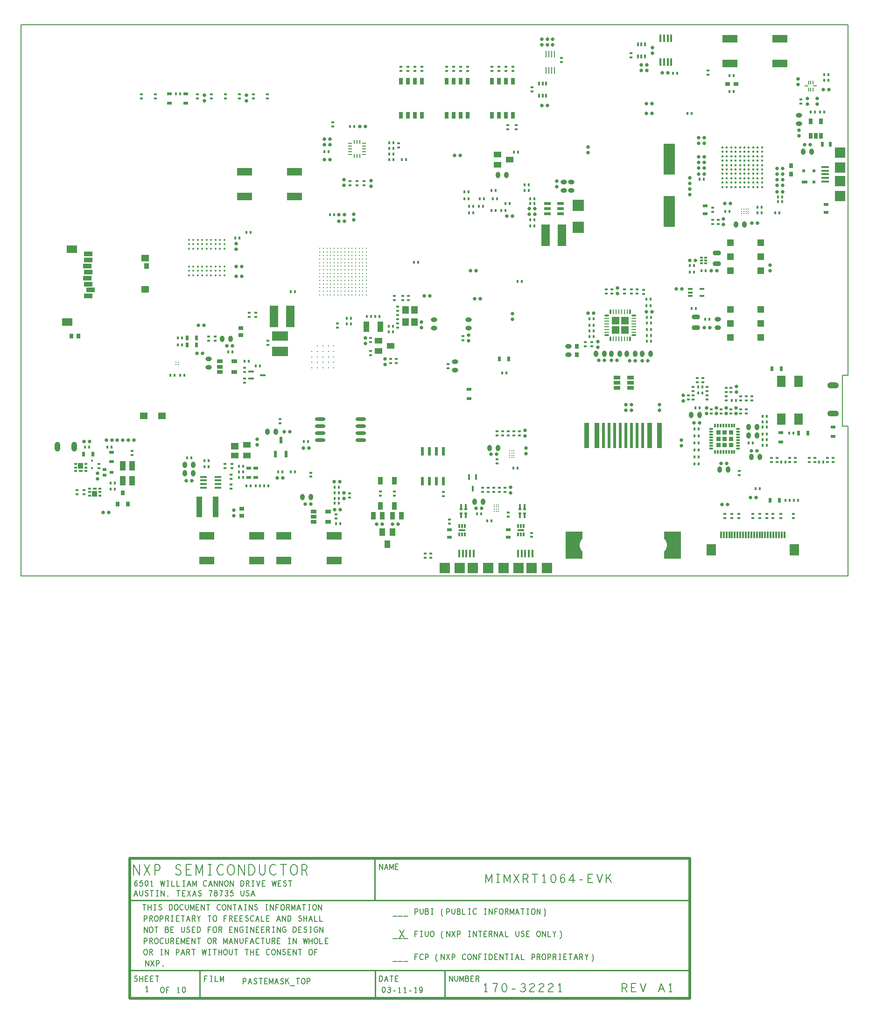
<source format=gbr>
G04 ================== begin FILE IDENTIFICATION RECORD ==================*
G04 Layout Name:  LAY-32221_A1.brd*
G04 Film Name:    PSP*
G04 File Format:  Gerber RS274X*
G04 File Origin:  Cadence Allegro 16.6-2015-S103*
G04 Origin Date:  Mon Mar 11 10:16:27 2019*
G04 *
G04 Layer:  BOARD GEOMETRY/PASTEMASK_TOP*
G04 Layer:  DRAWING FORMAT/FILM_TITLE_BLOCK*
G04 Layer:  PACKAGE GEOMETRY/PASTEMASK_TOP*
G04 Layer:  PIN/PASTEMASK_TOP*
G04 Layer:  BOARD GEOMETRY/OUTLINE*
G04 *
G04 Offset:    (0.00 0.00)*
G04 Mirror:    No*
G04 Mode:      Positive*
G04 Rotation:  0*
G04 FullContactRelief:  No*
G04 UndefLineWidth:     6.00*
G04 ================== end FILE IDENTIFICATION RECORD ====================*
%FSLAX55Y55*MOIN*%
%IR0*IPPOS*OFA0.00000B0.00000*MIA0B0*SFA1.00000B1.00000*%
%AMMACRO75*
4,1,15,.05906,.09646,
.05906,-.09646,
-.05906,-.09646,
-.05906,-.04412,
-.052039,-.036135,
-.04651,-.027053,
-.042643,-.017148,
-.040555,-.006722,
-.040309,.003908,
-.041912,.014419,
-.045316,.024492,
-.050418,.033821,
-.057062,.042122,
-.05906,.04412,
-.05906,.09646,
.05906,.09646,
0.0*
%
%ADD75MACRO75*%
%ADD41R,.112X.07*%
%ADD76R,.08X.22*%
%ADD30R,.11X.055*%
%ADD45C,.01*%
%ADD66R,.032X.181*%
%ADD69R,.024X.181*%
%ADD98R,.031X.008*%
%ADD44C,.013*%
%ADD34C,.014*%
%ADD31R,.044X.146*%
%ADD88C,.016*%
%ADD17C,.025*%
%ADD42R,.061X.158*%
%ADD95R,.008X.028*%
%ADD94R,.028X.008*%
%AMMACRO86*
4,1,23,-.008,.0055,
.014,.0055,
.014,-.0055,
-.008,-.0055,
-.0085,-.0055,
-.009455,-.005416,
-.010381,-.005168,
-.01125,-.004763,
-.012035,-.004213,
-.012713,-.003535,
-.013263,-.00275,
-.013668,-.001881,
-.013916,-.000955,
-.014,0.0,
-.013916,.000955,
-.013668,.001881,
-.013263,.00275,
-.012713,.003535,
-.012035,.004213,
-.01125,.004763,
-.010381,.005168,
-.009455,.005416,
-.0085,.0055,
-.008,.0055,
0.0*
%
%ADD86MACRO86*%
%AMMACRO81*
4,1,23,-.0055,-.008,
-.0055,.014,
.0055,.014,
.0055,-.008,
.0055,-.0085,
.005416,-.009455,
.005168,-.010381,
.004763,-.01125,
.004213,-.012035,
.003535,-.012713,
.00275,-.013263,
.001881,-.013668,
.000955,-.013916,
0.0,-.014,
-.000955,-.013916,
-.001881,-.013668,
-.00275,-.013263,
-.003535,-.012713,
-.004213,-.012035,
-.004763,-.01125,
-.005168,-.010381,
-.005416,-.009455,
-.0055,-.0085,
-.0055,-.008,
0.0*
%
%ADD81MACRO81*%
%ADD15R,.016X.016*%
%ADD55R,.075X.075*%
%ADD68R,.079X.079*%
%AMMACRO65*
4,1,15,-.05906,-.09646,
-.05906,.09646,
.05906,.09646,
.05906,.04412,
.052039,.036135,
.04651,.027053,
.042643,.017148,
.040555,.006722,
.040309,-.003908,
.041912,-.014419,
.045316,-.024492,
.050418,-.033821,
.057062,-.042122,
.05906,-.04412,
.05906,-.09646,
-.05906,-.09646,
0.0*
%
%ADD65MACRO65*%
%ADD84R,.02X.012*%
%ADD74O,.011X.034*%
%ADD48R,.011X.031*%
%ADD93R,.03X.04*%
%ADD71O,.034X.011*%
%ADD49R,.031X.011*%
%ADD38R,.04X.03*%
%ADD92R,.02X.024*%
%ADD73R,.011X.034*%
%ADD64R,.015X.03*%
%ADD10O,.04X.07*%
%ADD72R,.034X.011*%
%ADD67R,.031X.033*%
%ADD89R,.033X.031*%
%ADD83R,.032X.015*%
%ADD82O,.06X.035*%
%ADD59R,.012X.025*%
%ADD56R,.032X.024*%
%ADD16R,.024X.032*%
%ADD12R,.02X.018*%
%ADD97R,.024X.032*%
%ADD24R,.032X.024*%
%ADD14R,.018X.02*%
%ADD70R,.05X.025*%
%ADD22R,.031X.035*%
%ADD36R,.055X.04*%
%ADD33O,.045X.035*%
%ADD96R,.053X.016*%
%ADD63R,.011X.048*%
%ADD54R,.024X.063*%
%ADD50R,.04X.055*%
%ADD28O,.035X.045*%
%ADD60R,.016X.036*%
%ADD58R,.051X.018*%
%ADD57R,.016X.053*%
%ADD43O,.075X.025*%
%ADD35R,.033X.028*%
%ADD13R,.026X.016*%
%ADD85R,.012X.049*%
%ADD53R,.03X.049*%
%ADD39R,.023X.047*%
%ADD26R,.056X.051*%
%ADD23R,.025X.019*%
%ADD18R,.028X.033*%
%ADD87R,.047X.051*%
%ADD62R,.047X.024*%
%ADD51R,.036X.054*%
%ADD11R,.019X.016*%
%ADD91R,.039X.024*%
%ADD46R,.037X.053*%
%ADD40R,.039X.016*%
%ADD20R,.059X.032*%
%ADD61R,.016X.039*%
%ADD47R,.043X.075*%
%ADD25R,.052X.048*%
%ADD77R,.018X.057*%
%ADD52R,.047X.055*%
%ADD32R,.048X.017*%
%ADD21R,.044X.067*%
%ADD29C,.008*%
%ADD27R,.037X.039*%
%ADD19R,.075X.055*%
%ADD37R,.055X.048*%
%AMMACRO79*
4,1,23,.0055,.008,
.0055,-.014,
-.0055,-.014,
-.0055,.008,
-.0055,.0085,
-.005416,.009455,
-.005168,.010381,
-.004763,.01125,
-.004213,.012035,
-.003535,.012713,
-.00275,.013263,
-.001881,.013668,
-.000955,.013916,
0.0,.014,
.000955,.013916,
.001881,.013668,
.00275,.013263,
.003535,.012713,
.004213,.012035,
.004763,.01125,
.005168,.010381,
.005416,.009455,
.0055,.0085,
.0055,.008,
0.0*
%
%ADD79MACRO79*%
%AMMACRO80*
4,1,23,.008,-.0055,
-.014,-.0055,
-.014,.0055,
.008,.0055,
.0085,.0055,
.009455,.005416,
.010381,.005168,
.01125,.004763,
.012035,.004213,
.012713,.003535,
.013263,.00275,
.013668,.001881,
.013916,.000955,
.014,0.0,
.013916,-.000955,
.013668,-.001881,
.013263,-.00275,
.012713,-.003535,
.012035,-.004213,
.01125,-.004763,
.010381,-.005168,
.009455,-.005416,
.0085,-.0055,
.008,-.0055,
0.0*
%
%ADD80MACRO80*%
%ADD78R,.071X.079*%
%ADD90R,.063X.079*%
%ADD99C,.02*%
%ADD100C,.006*%
G75*
%LPD*%
G75*
G36*
G01X40600Y76731D02*
X44400D01*
Y80631D01*
X40600D01*
Y76731D01*
G37*
G36*
G01X54400Y60769D02*
X50600D01*
Y56869D01*
X54400D01*
Y60769D01*
G37*
G36*
G01X428541Y179719D02*
X433856D01*
Y185034D01*
X428541D01*
Y179719D01*
G37*
G36*
G01Y178537D02*
X433856D01*
Y173222D01*
X428541D01*
Y178537D01*
G37*
G36*
G01X427359D02*
X422044D01*
Y173222D01*
X427359D01*
Y178537D01*
G37*
G36*
G01Y179719D02*
X422044D01*
Y185034D01*
X427359D01*
Y179719D01*
G37*
G36*
G01X499500Y95050D02*
X496500D01*
Y92050D01*
X499500D01*
Y95050D01*
G37*
G36*
G01X504000D02*
X501000D01*
Y92050D01*
X504000D01*
Y95050D01*
G37*
G36*
G01X508500D02*
X505500D01*
Y92050D01*
X508500D01*
Y95050D01*
G37*
G36*
G01X499500Y104050D02*
X496500D01*
Y101050D01*
X499500D01*
Y104050D01*
G37*
G36*
G01X504000D02*
X501000D01*
Y101050D01*
X504000D01*
Y104050D01*
G37*
G36*
G01Y99550D02*
X501000D01*
Y96550D01*
X504000D01*
Y99550D01*
G37*
G36*
G01X499500D02*
X496500D01*
Y96550D01*
X499500D01*
Y99550D01*
G37*
G36*
G01X508500D02*
X505500D01*
Y96550D01*
X508500D01*
Y99550D01*
G37*
G36*
G01Y104050D02*
X505500D01*
Y101050D01*
X508500D01*
Y104050D01*
G37*
G36*
G01X584052Y116100D02*
G03X581902Y118250I-2150J0D01*
G01X577902D01*
G03X575752Y116100I0J-2150D01*
G03X577902Y113950I2150J0D01*
G01X581902D01*
G03X584052Y116100I0J2150D01*
G37*
G36*
G01Y136179D02*
G03X581902Y138329I-2150J0D01*
G01X577902D01*
G03X575752Y136179I0J-2150D01*
G03X577902Y134029I2150J0D01*
G01X581902D01*
G03X584052Y136179I0J2150D01*
G37*
G54D100*
G01X590550Y0D02*
X0D01*
Y393700D01*
X590550D01*
Y143500D01*
X586500D01*
Y107000D01*
X590550D01*
Y0D01*
G01X80950Y-288967D02*
X81350Y-289300D01*
X81800Y-289500D01*
X82200D01*
X82600Y-289300D01*
X82900Y-288967D01*
X83050Y-288500D01*
X82950Y-288033D01*
X82700Y-287633D01*
X82250Y-287367D01*
X81650Y-287233D01*
X81300Y-286967D01*
X81150Y-286500D01*
X81250Y-286033D01*
X81500Y-285700D01*
X81850Y-285500D01*
X82200D01*
X82550Y-285633D01*
X82850Y-285967D01*
G01X84750Y-289500D02*
Y-285500D01*
G01X86850D02*
Y-289500D01*
G01Y-287500D02*
X84750D01*
G01X90600Y-289500D02*
X88600D01*
Y-285500D01*
X90600D01*
G01X89800Y-287433D02*
X88600D01*
G01X94400Y-289500D02*
X92400D01*
Y-285500D01*
X94400D01*
G01X93600Y-287433D02*
X92400D01*
G01X97200Y-285500D02*
Y-289500D01*
G01X96050Y-285500D02*
X98350D01*
G01X90000Y-297000D02*
Y-293000D01*
X89400Y-293800D01*
G01Y-297000D02*
X90600D01*
G01X89000Y-270500D02*
X88600Y-270433D01*
X88250Y-270167D01*
X87950Y-269767D01*
X87750Y-269300D01*
X87650Y-268767D01*
Y-268233D01*
X87750Y-267700D01*
X87950Y-267233D01*
X88250Y-266833D01*
X88600Y-266567D01*
X89000Y-266500D01*
X89400Y-266567D01*
X89750Y-266833D01*
X90050Y-267233D01*
X90250Y-267700D01*
X90350Y-268233D01*
Y-268767D01*
X90250Y-269300D01*
X90050Y-269767D01*
X89750Y-270167D01*
X89400Y-270433D01*
X89000Y-270500D01*
G01X91800D02*
Y-266500D01*
X93050D01*
X93450Y-266700D01*
X93700Y-266967D01*
X93800Y-267500D01*
X93700Y-268033D01*
X93400Y-268367D01*
X93050Y-268567D01*
X91800D01*
G01X93050D02*
X93800Y-270500D01*
G01X99800Y-266500D02*
X101000D01*
G01X100400D02*
Y-270500D01*
G01X99800D02*
X101000D01*
G01X103050D02*
Y-266500D01*
X105350Y-270500D01*
Y-266500D01*
G01X110800Y-270500D02*
Y-266500D01*
X112000D01*
X112400Y-266700D01*
X112700Y-267167D01*
X112800Y-267700D01*
X112700Y-268233D01*
X112450Y-268633D01*
X112000Y-268833D01*
X110800D01*
G01X114350Y-270500D02*
X115600Y-266500D01*
X116850Y-270500D01*
G01X116400Y-269100D02*
X114800D01*
G01X118400Y-270500D02*
Y-266500D01*
X119650D01*
X120050Y-266700D01*
X120300Y-266967D01*
X120400Y-267500D01*
X120300Y-268033D01*
X120000Y-268367D01*
X119650Y-268567D01*
X118400D01*
G01X119650D02*
X120400Y-270500D01*
G01X123200Y-266500D02*
Y-270500D01*
G01X122050Y-266500D02*
X124350D01*
G01X129300D02*
X130000Y-270500D01*
X130800Y-266500D01*
X131600Y-270500D01*
X132300Y-266500D01*
G01X134000D02*
X135200D01*
G01X134600D02*
Y-270500D01*
G01X134000D02*
X135200D01*
G01X138400Y-266500D02*
Y-270500D01*
G01X137250Y-266500D02*
X139550D01*
G01X141150Y-270500D02*
Y-266500D01*
G01X143250D02*
Y-270500D01*
G01Y-268500D02*
X141150D01*
G01X146000Y-270500D02*
X145600Y-270433D01*
X145250Y-270167D01*
X144950Y-269767D01*
X144750Y-269300D01*
X144650Y-268767D01*
Y-268233D01*
X144750Y-267700D01*
X144950Y-267233D01*
X145250Y-266833D01*
X145600Y-266567D01*
X146000Y-266500D01*
X146400Y-266567D01*
X146750Y-266833D01*
X147050Y-267233D01*
X147250Y-267700D01*
X147350Y-268233D01*
Y-268767D01*
X147250Y-269300D01*
X147050Y-269767D01*
X146750Y-270167D01*
X146400Y-270433D01*
X146000Y-270500D01*
G01X148700Y-266500D02*
Y-269367D01*
X148900Y-269967D01*
X149300Y-270367D01*
X149800Y-270500D01*
X150300Y-270367D01*
X150700Y-269967D01*
X150900Y-269367D01*
Y-266500D01*
G01X153600D02*
Y-270500D01*
G01X152450Y-266500D02*
X154750D01*
G01X161200D02*
Y-270500D01*
G01X160050Y-266500D02*
X162350D01*
G01X163950Y-270500D02*
Y-266500D01*
G01X166050D02*
Y-270500D01*
G01Y-268500D02*
X163950D01*
G01X169800Y-270500D02*
X167800D01*
Y-266500D01*
X169800D01*
G01X169000Y-268433D02*
X167800D01*
G01X177500Y-266833D02*
X177200Y-266633D01*
X176850Y-266500D01*
X176450D01*
X176000Y-266700D01*
X175650Y-267033D01*
X175400Y-267433D01*
X175200Y-268100D01*
X175150Y-268700D01*
X175250Y-269300D01*
X175400Y-269700D01*
X175700Y-270100D01*
X176050Y-270367D01*
X176400Y-270500D01*
X176750D01*
X177100Y-270367D01*
X177400Y-270167D01*
X177650Y-269900D01*
G01X180200Y-270500D02*
X179800Y-270433D01*
X179450Y-270167D01*
X179150Y-269767D01*
X178950Y-269300D01*
X178850Y-268767D01*
Y-268233D01*
X178950Y-267700D01*
X179150Y-267233D01*
X179450Y-266833D01*
X179800Y-266567D01*
X180200Y-266500D01*
X180600Y-266567D01*
X180950Y-266833D01*
X181250Y-267233D01*
X181450Y-267700D01*
X181550Y-268233D01*
Y-268767D01*
X181450Y-269300D01*
X181250Y-269767D01*
X180950Y-270167D01*
X180600Y-270433D01*
X180200Y-270500D01*
G01X182850D02*
Y-266500D01*
X185150Y-270500D01*
Y-266500D01*
G01X186750Y-269967D02*
X187150Y-270300D01*
X187600Y-270500D01*
X188000D01*
X188400Y-270300D01*
X188700Y-269967D01*
X188850Y-269500D01*
X188750Y-269033D01*
X188500Y-268633D01*
X188050Y-268367D01*
X187450Y-268233D01*
X187100Y-267967D01*
X186950Y-267500D01*
X187050Y-267033D01*
X187300Y-266700D01*
X187650Y-266500D01*
X188000D01*
X188350Y-266633D01*
X188650Y-266967D01*
G01X192600Y-270500D02*
X190600D01*
Y-266500D01*
X192600D01*
G01X191800Y-268433D02*
X190600D01*
G01X194250Y-270500D02*
Y-266500D01*
X196550Y-270500D01*
Y-266500D01*
G01X199200D02*
Y-270500D01*
G01X198050Y-266500D02*
X200350D01*
G01X206800Y-270500D02*
X206400Y-270433D01*
X206050Y-270167D01*
X205750Y-269767D01*
X205550Y-269300D01*
X205450Y-268767D01*
Y-268233D01*
X205550Y-267700D01*
X205750Y-267233D01*
X206050Y-266833D01*
X206400Y-266567D01*
X206800Y-266500D01*
X207200Y-266567D01*
X207550Y-266833D01*
X207850Y-267233D01*
X208050Y-267700D01*
X208150Y-268233D01*
Y-268767D01*
X208050Y-269300D01*
X207850Y-269767D01*
X207550Y-270167D01*
X207200Y-270433D01*
X206800Y-270500D01*
G01X209650D02*
Y-266500D01*
X211550D01*
G01X210850Y-268433D02*
X209650D01*
G01X88850Y-278500D02*
Y-274500D01*
X91150Y-278500D01*
Y-274500D01*
G01X92750Y-278500D02*
X94850Y-274500D01*
G01X92750D02*
X94850Y-278500D01*
G01X96600D02*
Y-274500D01*
X97800D01*
X98200Y-274700D01*
X98500Y-275167D01*
X98600Y-275700D01*
X98500Y-276233D01*
X98250Y-276633D01*
X97800Y-276833D01*
X96600D01*
G01X101400Y-278633D02*
X101300Y-278567D01*
Y-278433D01*
X101400Y-278367D01*
X101500Y-278433D01*
Y-278567D01*
X101400Y-278633D01*
G01X88000Y-262500D02*
Y-258500D01*
X89200D01*
X89600Y-258700D01*
X89900Y-259167D01*
X90000Y-259700D01*
X89900Y-260233D01*
X89650Y-260633D01*
X89200Y-260833D01*
X88000D01*
G01X91800Y-262500D02*
Y-258500D01*
X93050D01*
X93450Y-258700D01*
X93700Y-258967D01*
X93800Y-259500D01*
X93700Y-260033D01*
X93400Y-260367D01*
X93050Y-260567D01*
X91800D01*
G01X93050D02*
X93800Y-262500D01*
G01X96600D02*
X96200Y-262433D01*
X95850Y-262167D01*
X95550Y-261767D01*
X95350Y-261300D01*
X95250Y-260767D01*
Y-260233D01*
X95350Y-259700D01*
X95550Y-259233D01*
X95850Y-258833D01*
X96200Y-258567D01*
X96600Y-258500D01*
X97000Y-258567D01*
X97350Y-258833D01*
X97650Y-259233D01*
X97850Y-259700D01*
X97950Y-260233D01*
Y-260767D01*
X97850Y-261300D01*
X97650Y-261767D01*
X97350Y-262167D01*
X97000Y-262433D01*
X96600Y-262500D01*
G01X101500Y-258833D02*
X101200Y-258633D01*
X100850Y-258500D01*
X100450D01*
X100000Y-258700D01*
X99650Y-259033D01*
X99400Y-259433D01*
X99200Y-260100D01*
X99150Y-260700D01*
X99250Y-261300D01*
X99400Y-261700D01*
X99700Y-262100D01*
X100050Y-262367D01*
X100400Y-262500D01*
X100750D01*
X101100Y-262367D01*
X101400Y-262167D01*
X101650Y-261900D01*
G01X103100Y-258500D02*
Y-261367D01*
X103300Y-261967D01*
X103700Y-262367D01*
X104200Y-262500D01*
X104700Y-262367D01*
X105100Y-261967D01*
X105300Y-261367D01*
Y-258500D01*
G01X107000Y-262500D02*
Y-258500D01*
X108250D01*
X108650Y-258700D01*
X108900Y-258967D01*
X109000Y-259500D01*
X108900Y-260033D01*
X108600Y-260367D01*
X108250Y-260567D01*
X107000D01*
G01X108250D02*
X109000Y-262500D01*
G01X112800D02*
X110800D01*
Y-258500D01*
X112800D01*
G01X112000Y-260433D02*
X110800D01*
G01X114300Y-262500D02*
Y-258500D01*
X115600Y-261833D01*
X116900Y-258500D01*
Y-262500D01*
G01X120400D02*
X118400D01*
Y-258500D01*
X120400D01*
G01X119600Y-260433D02*
X118400D01*
G01X122050Y-262500D02*
Y-258500D01*
X124350Y-262500D01*
Y-258500D01*
G01X127000D02*
Y-262500D01*
G01X125850Y-258500D02*
X128150D01*
G01X134600Y-262500D02*
X134200Y-262433D01*
X133850Y-262167D01*
X133550Y-261767D01*
X133350Y-261300D01*
X133250Y-260767D01*
Y-260233D01*
X133350Y-259700D01*
X133550Y-259233D01*
X133850Y-258833D01*
X134200Y-258567D01*
X134600Y-258500D01*
X135000Y-258567D01*
X135350Y-258833D01*
X135650Y-259233D01*
X135850Y-259700D01*
X135950Y-260233D01*
Y-260767D01*
X135850Y-261300D01*
X135650Y-261767D01*
X135350Y-262167D01*
X135000Y-262433D01*
X134600Y-262500D01*
G01X137400D02*
Y-258500D01*
X138650D01*
X139050Y-258700D01*
X139300Y-258967D01*
X139400Y-259500D01*
X139300Y-260033D01*
X139000Y-260367D01*
X138650Y-260567D01*
X137400D01*
G01X138650D02*
X139400Y-262500D01*
G01X144700D02*
Y-258500D01*
X146000Y-261833D01*
X147300Y-258500D01*
Y-262500D01*
G01X148550D02*
X149800Y-258500D01*
X151050Y-262500D01*
G01X150600Y-261100D02*
X149000D01*
G01X152450Y-262500D02*
Y-258500D01*
X154750Y-262500D01*
Y-258500D01*
G01X156300D02*
Y-261367D01*
X156500Y-261967D01*
X156900Y-262367D01*
X157400Y-262500D01*
X157900Y-262367D01*
X158300Y-261967D01*
X158500Y-261367D01*
Y-258500D01*
G01X160250Y-262500D02*
Y-258500D01*
X162150D01*
G01X161450Y-260433D02*
X160250D01*
G01X163750Y-262500D02*
X165000Y-258500D01*
X166250Y-262500D01*
G01X165800Y-261100D02*
X164200D01*
G01X169900Y-258833D02*
X169600Y-258633D01*
X169250Y-258500D01*
X168850D01*
X168400Y-258700D01*
X168050Y-259033D01*
X167800Y-259433D01*
X167600Y-260100D01*
X167550Y-260700D01*
X167650Y-261300D01*
X167800Y-261700D01*
X168100Y-262100D01*
X168450Y-262367D01*
X168800Y-262500D01*
X169150D01*
X169500Y-262367D01*
X169800Y-262167D01*
X170050Y-261900D01*
G01X172600Y-258500D02*
Y-262500D01*
G01X171450Y-258500D02*
X173750D01*
G01X175300D02*
Y-261367D01*
X175500Y-261967D01*
X175900Y-262367D01*
X176400Y-262500D01*
X176900Y-262367D01*
X177300Y-261967D01*
X177500Y-261367D01*
Y-258500D01*
G01X179200Y-262500D02*
Y-258500D01*
X180450D01*
X180850Y-258700D01*
X181100Y-258967D01*
X181200Y-259500D01*
X181100Y-260033D01*
X180800Y-260367D01*
X180450Y-260567D01*
X179200D01*
G01X180450D02*
X181200Y-262500D01*
G01X185000D02*
X183000D01*
Y-258500D01*
X185000D01*
G01X184200Y-260433D02*
X183000D01*
G01X191000Y-258500D02*
X192200D01*
G01X191600D02*
Y-262500D01*
G01X191000D02*
X192200D01*
G01X194250D02*
Y-258500D01*
X196550Y-262500D01*
Y-258500D01*
G01X201500D02*
X202200Y-262500D01*
X203000Y-258500D01*
X203800Y-262500D01*
X204500Y-258500D01*
G01X205750Y-262500D02*
Y-258500D01*
G01X207850D02*
Y-262500D01*
G01Y-260500D02*
X205750D01*
G01X210600Y-262500D02*
X210200Y-262433D01*
X209850Y-262167D01*
X209550Y-261767D01*
X209350Y-261300D01*
X209250Y-260767D01*
Y-260233D01*
X209350Y-259700D01*
X209550Y-259233D01*
X209850Y-258833D01*
X210200Y-258567D01*
X210600Y-258500D01*
X211000Y-258567D01*
X211350Y-258833D01*
X211650Y-259233D01*
X211850Y-259700D01*
X211950Y-260233D01*
Y-260767D01*
X211850Y-261300D01*
X211650Y-261767D01*
X211350Y-262167D01*
X211000Y-262433D01*
X210600Y-262500D01*
G01X213400Y-258500D02*
Y-262500D01*
X215400D01*
G01X219200D02*
X217200D01*
Y-258500D01*
X219200D01*
G01X218400Y-260433D02*
X217200D01*
G01X88000Y-246500D02*
Y-242500D01*
X89200D01*
X89600Y-242700D01*
X89900Y-243167D01*
X90000Y-243700D01*
X89900Y-244233D01*
X89650Y-244633D01*
X89200Y-244833D01*
X88000D01*
G01X91800Y-246500D02*
Y-242500D01*
X93050D01*
X93450Y-242700D01*
X93700Y-242967D01*
X93800Y-243500D01*
X93700Y-244033D01*
X93400Y-244367D01*
X93050Y-244567D01*
X91800D01*
G01X93050D02*
X93800Y-246500D01*
G01X96600D02*
X96200Y-246433D01*
X95850Y-246167D01*
X95550Y-245767D01*
X95350Y-245300D01*
X95250Y-244767D01*
Y-244233D01*
X95350Y-243700D01*
X95550Y-243233D01*
X95850Y-242833D01*
X96200Y-242567D01*
X96600Y-242500D01*
X97000Y-242567D01*
X97350Y-242833D01*
X97650Y-243233D01*
X97850Y-243700D01*
X97950Y-244233D01*
Y-244767D01*
X97850Y-245300D01*
X97650Y-245767D01*
X97350Y-246167D01*
X97000Y-246433D01*
X96600Y-246500D01*
G01X99400D02*
Y-242500D01*
X100600D01*
X101000Y-242700D01*
X101300Y-243167D01*
X101400Y-243700D01*
X101300Y-244233D01*
X101050Y-244633D01*
X100600Y-244833D01*
X99400D01*
G01X103200Y-246500D02*
Y-242500D01*
X104450D01*
X104850Y-242700D01*
X105100Y-242967D01*
X105200Y-243500D01*
X105100Y-244033D01*
X104800Y-244367D01*
X104450Y-244567D01*
X103200D01*
G01X104450D02*
X105200Y-246500D01*
G01X107400Y-242500D02*
X108600D01*
G01X108000D02*
Y-246500D01*
G01X107400D02*
X108600D01*
G01X112800D02*
X110800D01*
Y-242500D01*
X112800D01*
G01X112000Y-244433D02*
X110800D01*
G01X115600Y-242500D02*
Y-246500D01*
G01X114450Y-242500D02*
X116750D01*
G01X118150Y-246500D02*
X119400Y-242500D01*
X120650Y-246500D01*
G01X120200Y-245100D02*
X118600D01*
G01X122200Y-246500D02*
Y-242500D01*
X123450D01*
X123850Y-242700D01*
X124100Y-242967D01*
X124200Y-243500D01*
X124100Y-244033D01*
X123800Y-244367D01*
X123450Y-244567D01*
X122200D01*
G01X123450D02*
X124200Y-246500D01*
G01X127000D02*
Y-244700D01*
X126000Y-242500D01*
G01X128000D02*
X127000Y-244700D01*
G01X134600Y-242500D02*
Y-246500D01*
G01X133450Y-242500D02*
X135750D01*
G01X138400Y-246500D02*
X138000Y-246433D01*
X137650Y-246167D01*
X137350Y-245767D01*
X137150Y-245300D01*
X137050Y-244767D01*
Y-244233D01*
X137150Y-243700D01*
X137350Y-243233D01*
X137650Y-242833D01*
X138000Y-242567D01*
X138400Y-242500D01*
X138800Y-242567D01*
X139150Y-242833D01*
X139450Y-243233D01*
X139650Y-243700D01*
X139750Y-244233D01*
Y-244767D01*
X139650Y-245300D01*
X139450Y-245767D01*
X139150Y-246167D01*
X138800Y-246433D01*
X138400Y-246500D01*
G01X145050D02*
Y-242500D01*
X146950D01*
G01X146250Y-244433D02*
X145050D01*
G01X148800Y-246500D02*
Y-242500D01*
X150050D01*
X150450Y-242700D01*
X150700Y-242967D01*
X150800Y-243500D01*
X150700Y-244033D01*
X150400Y-244367D01*
X150050Y-244567D01*
X148800D01*
G01X150050D02*
X150800Y-246500D01*
G01X154600D02*
X152600D01*
Y-242500D01*
X154600D01*
G01X153800Y-244433D02*
X152600D01*
G01X158400Y-246500D02*
X156400D01*
Y-242500D01*
X158400D01*
G01X157600Y-244433D02*
X156400D01*
G01X160150Y-245967D02*
X160550Y-246300D01*
X161000Y-246500D01*
X161400D01*
X161800Y-246300D01*
X162100Y-245967D01*
X162250Y-245500D01*
X162150Y-245033D01*
X161900Y-244633D01*
X161450Y-244367D01*
X160850Y-244233D01*
X160500Y-243967D01*
X160350Y-243500D01*
X160450Y-243033D01*
X160700Y-242700D01*
X161050Y-242500D01*
X161400D01*
X161750Y-242633D01*
X162050Y-242967D01*
G01X166100Y-242833D02*
X165800Y-242633D01*
X165450Y-242500D01*
X165050D01*
X164600Y-242700D01*
X164250Y-243033D01*
X164000Y-243433D01*
X163800Y-244100D01*
X163750Y-244700D01*
X163850Y-245300D01*
X164000Y-245700D01*
X164300Y-246100D01*
X164650Y-246367D01*
X165000Y-246500D01*
X165350D01*
X165700Y-246367D01*
X166000Y-246167D01*
X166250Y-245900D01*
G01X167550Y-246500D02*
X168800Y-242500D01*
X170050Y-246500D01*
G01X169600Y-245100D02*
X168000D01*
G01X171600Y-242500D02*
Y-246500D01*
X173600D01*
G01X177400D02*
X175400D01*
Y-242500D01*
X177400D01*
G01X176600Y-244433D02*
X175400D01*
G01X182750Y-246500D02*
X184000Y-242500D01*
X185250Y-246500D01*
G01X184800Y-245100D02*
X183200D01*
G01X186650Y-246500D02*
Y-242500D01*
X188950Y-246500D01*
Y-242500D01*
G01X190500Y-246500D02*
Y-242500D01*
X191500D01*
X191900Y-242700D01*
X192200Y-242967D01*
X192450Y-243367D01*
X192650Y-243833D01*
X192700Y-244500D01*
X192650Y-245167D01*
X192450Y-245633D01*
X192200Y-246033D01*
X191900Y-246300D01*
X191500Y-246500D01*
X190500D01*
G01X198150Y-245967D02*
X198550Y-246300D01*
X199000Y-246500D01*
X199400D01*
X199800Y-246300D01*
X200100Y-245967D01*
X200250Y-245500D01*
X200150Y-245033D01*
X199900Y-244633D01*
X199450Y-244367D01*
X198850Y-244233D01*
X198500Y-243967D01*
X198350Y-243500D01*
X198450Y-243033D01*
X198700Y-242700D01*
X199050Y-242500D01*
X199400D01*
X199750Y-242633D01*
X200050Y-242967D01*
G01X201950Y-246500D02*
Y-242500D01*
G01X204050D02*
Y-246500D01*
G01Y-244500D02*
X201950D01*
G01X205550Y-246500D02*
X206800Y-242500D01*
X208050Y-246500D01*
G01X207600Y-245100D02*
X206000D01*
G01X209600Y-242500D02*
Y-246500D01*
X211600D01*
G01X213400Y-242500D02*
Y-246500D01*
X215400D01*
G01X87850Y-254500D02*
Y-250500D01*
X90150Y-254500D01*
Y-250500D01*
G01X92800Y-254500D02*
X92400Y-254433D01*
X92050Y-254167D01*
X91750Y-253767D01*
X91550Y-253300D01*
X91450Y-252767D01*
Y-252233D01*
X91550Y-251700D01*
X91750Y-251233D01*
X92050Y-250833D01*
X92400Y-250567D01*
X92800Y-250500D01*
X93200Y-250567D01*
X93550Y-250833D01*
X93850Y-251233D01*
X94050Y-251700D01*
X94150Y-252233D01*
Y-252767D01*
X94050Y-253300D01*
X93850Y-253767D01*
X93550Y-254167D01*
X93200Y-254433D01*
X92800Y-254500D01*
G01X96600Y-250500D02*
Y-254500D01*
G01X95450Y-250500D02*
X97750D01*
G01X104600Y-252367D02*
X104800Y-252167D01*
X104950Y-251833D01*
X105050Y-251367D01*
X104950Y-250967D01*
X104750Y-250700D01*
X104400Y-250500D01*
X103050D01*
Y-254500D01*
X104700D01*
X105050Y-254233D01*
X105250Y-253833D01*
X105350Y-253367D01*
X105250Y-252900D01*
X104950Y-252500D01*
X104600Y-252367D01*
X103050D01*
G01X109000Y-254500D02*
X107000D01*
Y-250500D01*
X109000D01*
G01X108200Y-252433D02*
X107000D01*
G01X114500Y-250500D02*
Y-253367D01*
X114700Y-253967D01*
X115100Y-254367D01*
X115600Y-254500D01*
X116100Y-254367D01*
X116500Y-253967D01*
X116700Y-253367D01*
Y-250500D01*
G01X118350Y-253967D02*
X118750Y-254300D01*
X119200Y-254500D01*
X119600D01*
X120000Y-254300D01*
X120300Y-253967D01*
X120450Y-253500D01*
X120350Y-253033D01*
X120100Y-252633D01*
X119650Y-252367D01*
X119050Y-252233D01*
X118700Y-251967D01*
X118550Y-251500D01*
X118650Y-251033D01*
X118900Y-250700D01*
X119250Y-250500D01*
X119600D01*
X119950Y-250633D01*
X120250Y-250967D01*
G01X124200Y-254500D02*
X122200D01*
Y-250500D01*
X124200D01*
G01X123400Y-252433D02*
X122200D01*
G01X125900Y-254500D02*
Y-250500D01*
X126900D01*
X127300Y-250700D01*
X127600Y-250967D01*
X127850Y-251367D01*
X128050Y-251833D01*
X128100Y-252500D01*
X128050Y-253167D01*
X127850Y-253633D01*
X127600Y-254033D01*
X127300Y-254300D01*
X126900Y-254500D01*
X125900D01*
G01X133650D02*
Y-250500D01*
X135550D01*
G01X134850Y-252433D02*
X133650D01*
G01X138400Y-254500D02*
X138000Y-254433D01*
X137650Y-254167D01*
X137350Y-253767D01*
X137150Y-253300D01*
X137050Y-252767D01*
Y-252233D01*
X137150Y-251700D01*
X137350Y-251233D01*
X137650Y-250833D01*
X138000Y-250567D01*
X138400Y-250500D01*
X138800Y-250567D01*
X139150Y-250833D01*
X139450Y-251233D01*
X139650Y-251700D01*
X139750Y-252233D01*
Y-252767D01*
X139650Y-253300D01*
X139450Y-253767D01*
X139150Y-254167D01*
X138800Y-254433D01*
X138400Y-254500D01*
G01X141200D02*
Y-250500D01*
X142450D01*
X142850Y-250700D01*
X143100Y-250967D01*
X143200Y-251500D01*
X143100Y-252033D01*
X142800Y-252367D01*
X142450Y-252567D01*
X141200D01*
G01X142450D02*
X143200Y-254500D01*
G01X150800D02*
X148800D01*
Y-250500D01*
X150800D01*
G01X150000Y-252433D02*
X148800D01*
G01X152450Y-254500D02*
Y-250500D01*
X154750Y-254500D01*
Y-250500D01*
G01X157700Y-252500D02*
X158700D01*
Y-253700D01*
X158400Y-254100D01*
X158050Y-254367D01*
X157550Y-254500D01*
X157050Y-254367D01*
X156700Y-254100D01*
X156400Y-253700D01*
X156200Y-253233D01*
X156100Y-252700D01*
Y-252233D01*
X156200Y-251833D01*
X156400Y-251367D01*
X156700Y-250967D01*
X157000Y-250700D01*
X157400Y-250500D01*
X157750D01*
X158150Y-250633D01*
X158450Y-250900D01*
G01X160600Y-250500D02*
X161800D01*
G01X161200D02*
Y-254500D01*
G01X160600D02*
X161800D01*
G01X163850D02*
Y-250500D01*
X166150Y-254500D01*
Y-250500D01*
G01X169800Y-254500D02*
X167800D01*
Y-250500D01*
X169800D01*
G01X169000Y-252433D02*
X167800D01*
G01X173600Y-254500D02*
X171600D01*
Y-250500D01*
X173600D01*
G01X172800Y-252433D02*
X171600D01*
G01X175400Y-254500D02*
Y-250500D01*
X176650D01*
X177050Y-250700D01*
X177300Y-250967D01*
X177400Y-251500D01*
X177300Y-252033D01*
X177000Y-252367D01*
X176650Y-252567D01*
X175400D01*
G01X176650D02*
X177400Y-254500D01*
G01X179600Y-250500D02*
X180800D01*
G01X180200D02*
Y-254500D01*
G01X179600D02*
X180800D01*
G01X182850D02*
Y-250500D01*
X185150Y-254500D01*
Y-250500D01*
G01X188100Y-252500D02*
X189100D01*
Y-253700D01*
X188800Y-254100D01*
X188450Y-254367D01*
X187950Y-254500D01*
X187450Y-254367D01*
X187100Y-254100D01*
X186800Y-253700D01*
X186600Y-253233D01*
X186500Y-252700D01*
Y-252233D01*
X186600Y-251833D01*
X186800Y-251367D01*
X187100Y-250967D01*
X187400Y-250700D01*
X187800Y-250500D01*
X188150D01*
X188550Y-250633D01*
X188850Y-250900D01*
G01X194300Y-254500D02*
Y-250500D01*
X195300D01*
X195700Y-250700D01*
X196000Y-250967D01*
X196250Y-251367D01*
X196450Y-251833D01*
X196500Y-252500D01*
X196450Y-253167D01*
X196250Y-253633D01*
X196000Y-254033D01*
X195700Y-254300D01*
X195300Y-254500D01*
X194300D01*
G01X200200D02*
X198200D01*
Y-250500D01*
X200200D01*
G01X199400Y-252433D02*
X198200D01*
G01X201950Y-253967D02*
X202350Y-254300D01*
X202800Y-254500D01*
X203200D01*
X203600Y-254300D01*
X203900Y-253967D01*
X204050Y-253500D01*
X203950Y-253033D01*
X203700Y-252633D01*
X203250Y-252367D01*
X202650Y-252233D01*
X202300Y-251967D01*
X202150Y-251500D01*
X202250Y-251033D01*
X202500Y-250700D01*
X202850Y-250500D01*
X203200D01*
X203550Y-250633D01*
X203850Y-250967D01*
G01X206200Y-250500D02*
X207400D01*
G01X206800D02*
Y-254500D01*
G01X206200D02*
X207400D01*
G01X210900Y-252500D02*
X211900D01*
Y-253700D01*
X211600Y-254100D01*
X211250Y-254367D01*
X210750Y-254500D01*
X210250Y-254367D01*
X209900Y-254100D01*
X209600Y-253700D01*
X209400Y-253233D01*
X209300Y-252700D01*
Y-252233D01*
X209400Y-251833D01*
X209600Y-251367D01*
X209900Y-250967D01*
X210200Y-250700D01*
X210600Y-250500D01*
X210950D01*
X211350Y-250633D01*
X211650Y-250900D01*
G01X213250Y-254500D02*
Y-250500D01*
X215550Y-254500D01*
Y-250500D01*
G01X81050Y-219833D02*
X81400Y-219367D01*
X81700Y-219100D01*
X82100Y-218967D01*
X82450Y-219100D01*
X82700Y-219367D01*
X82900Y-219767D01*
X82950Y-220233D01*
X82900Y-220633D01*
X82700Y-221033D01*
X82400Y-221367D01*
X82050Y-221500D01*
X81650Y-221367D01*
X81300Y-220967D01*
X81100Y-220367D01*
X81050Y-219700D01*
X81150Y-218833D01*
X81300Y-218367D01*
X81550Y-217900D01*
X81900Y-217567D01*
X82250Y-217500D01*
X82600Y-217633D01*
X82850Y-217967D01*
G01X84700Y-220900D02*
X85000Y-221233D01*
X85350Y-221433D01*
X85800Y-221500D01*
X86250Y-221367D01*
X86600Y-221100D01*
X86850Y-220633D01*
X86900Y-220100D01*
X86800Y-219567D01*
X86550Y-219233D01*
X86200Y-218967D01*
X85850Y-218900D01*
X85500Y-218967D01*
X85050Y-219233D01*
X85200Y-217500D01*
X86550D01*
G01X89600D02*
X89200Y-217633D01*
X88900Y-217967D01*
X88700Y-218367D01*
X88550Y-218900D01*
X88500Y-219500D01*
X88550Y-220100D01*
X88700Y-220633D01*
X88900Y-221033D01*
X89200Y-221367D01*
X89600Y-221500D01*
X90000Y-221367D01*
X90300Y-221033D01*
X90500Y-220633D01*
X90650Y-220100D01*
X90700Y-219500D01*
X90650Y-218900D01*
X90500Y-218367D01*
X90300Y-217967D01*
X90000Y-217633D01*
X89600Y-217500D01*
G01X93400Y-221500D02*
Y-217500D01*
X92800Y-218300D01*
G01Y-221500D02*
X94000D01*
G01X99500Y-217500D02*
X100200Y-221500D01*
X101000Y-217500D01*
X101800Y-221500D01*
X102500Y-217500D01*
G01X104200D02*
X105400D01*
G01X104800D02*
Y-221500D01*
G01X104200D02*
X105400D01*
G01X107600Y-217500D02*
Y-221500D01*
X109600D01*
G01X111400Y-217500D02*
Y-221500D01*
X113400D01*
G01X115600Y-217500D02*
X116800D01*
G01X116200D02*
Y-221500D01*
G01X115600D02*
X116800D01*
G01X118750D02*
X120000Y-217500D01*
X121250Y-221500D01*
G01X120800Y-220100D02*
X119200D01*
G01X122500Y-221500D02*
Y-217500D01*
X123800Y-220833D01*
X125100Y-217500D01*
Y-221500D01*
G01X132500Y-217833D02*
X132200Y-217633D01*
X131850Y-217500D01*
X131450D01*
X131000Y-217700D01*
X130650Y-218033D01*
X130400Y-218433D01*
X130200Y-219100D01*
X130150Y-219700D01*
X130250Y-220300D01*
X130400Y-220700D01*
X130700Y-221100D01*
X131050Y-221367D01*
X131400Y-221500D01*
X131750D01*
X132100Y-221367D01*
X132400Y-221167D01*
X132650Y-220900D01*
G01X133950Y-221500D02*
X135200Y-217500D01*
X136450Y-221500D01*
G01X136000Y-220100D02*
X134400D01*
G01X137850Y-221500D02*
Y-217500D01*
X140150Y-221500D01*
Y-217500D01*
G01X141650Y-221500D02*
Y-217500D01*
X143950Y-221500D01*
Y-217500D01*
G01X146600Y-221500D02*
X146200Y-221433D01*
X145850Y-221167D01*
X145550Y-220767D01*
X145350Y-220300D01*
X145250Y-219767D01*
Y-219233D01*
X145350Y-218700D01*
X145550Y-218233D01*
X145850Y-217833D01*
X146200Y-217567D01*
X146600Y-217500D01*
X147000Y-217567D01*
X147350Y-217833D01*
X147650Y-218233D01*
X147850Y-218700D01*
X147950Y-219233D01*
Y-219767D01*
X147850Y-220300D01*
X147650Y-220767D01*
X147350Y-221167D01*
X147000Y-221433D01*
X146600Y-221500D01*
G01X149250D02*
Y-217500D01*
X151550Y-221500D01*
Y-217500D01*
G01X156900Y-221500D02*
Y-217500D01*
X157900D01*
X158300Y-217700D01*
X158600Y-217967D01*
X158850Y-218367D01*
X159050Y-218833D01*
X159100Y-219500D01*
X159050Y-220167D01*
X158850Y-220633D01*
X158600Y-221033D01*
X158300Y-221300D01*
X157900Y-221500D01*
X156900D01*
G01X160800D02*
Y-217500D01*
X162050D01*
X162450Y-217700D01*
X162700Y-217967D01*
X162800Y-218500D01*
X162700Y-219033D01*
X162400Y-219367D01*
X162050Y-219567D01*
X160800D01*
G01X162050D02*
X162800Y-221500D01*
G01X165000Y-217500D02*
X166200D01*
G01X165600D02*
Y-221500D01*
G01X165000D02*
X166200D01*
G01X168150Y-217500D02*
X169400Y-221500D01*
X170650Y-217500D01*
G01X174200Y-221500D02*
X172200D01*
Y-217500D01*
X174200D01*
G01X173400Y-219433D02*
X172200D01*
G01X179300Y-217500D02*
X180000Y-221500D01*
X180800Y-217500D01*
X181600Y-221500D01*
X182300Y-217500D01*
G01X185600Y-221500D02*
X183600D01*
Y-217500D01*
X185600D01*
G01X184800Y-219433D02*
X183600D01*
G01X187350Y-220967D02*
X187750Y-221300D01*
X188200Y-221500D01*
X188600D01*
X189000Y-221300D01*
X189300Y-220967D01*
X189450Y-220500D01*
X189350Y-220033D01*
X189100Y-219633D01*
X188650Y-219367D01*
X188050Y-219233D01*
X187700Y-218967D01*
X187550Y-218500D01*
X187650Y-218033D01*
X187900Y-217700D01*
X188250Y-217500D01*
X188600D01*
X188950Y-217633D01*
X189250Y-217967D01*
G01X192200Y-217500D02*
Y-221500D01*
G01X191050Y-217500D02*
X193350D01*
G01X80750Y-228500D02*
X82000Y-224500D01*
X83250Y-228500D01*
G01X82800Y-227100D02*
X81200D01*
G01X84700Y-224500D02*
Y-227367D01*
X84900Y-227967D01*
X85300Y-228367D01*
X85800Y-228500D01*
X86300Y-228367D01*
X86700Y-227967D01*
X86900Y-227367D01*
Y-224500D01*
G01X88550Y-227967D02*
X88950Y-228300D01*
X89400Y-228500D01*
X89800D01*
X90200Y-228300D01*
X90500Y-227967D01*
X90650Y-227500D01*
X90550Y-227033D01*
X90300Y-226633D01*
X89850Y-226367D01*
X89250Y-226233D01*
X88900Y-225967D01*
X88750Y-225500D01*
X88850Y-225033D01*
X89100Y-224700D01*
X89450Y-224500D01*
X89800D01*
X90150Y-224633D01*
X90450Y-224967D01*
G01X93400Y-224500D02*
Y-228500D01*
G01X92250Y-224500D02*
X94550D01*
G01X96600D02*
X97800D01*
G01X97200D02*
Y-228500D01*
G01X96600D02*
X97800D01*
G01X99850D02*
Y-224500D01*
X102150Y-228500D01*
Y-224500D01*
G01X104800Y-228633D02*
X104700Y-228567D01*
Y-228433D01*
X104800Y-228367D01*
X104900Y-228433D01*
Y-228567D01*
X104800Y-228633D01*
G01X112400Y-224500D02*
Y-228500D01*
G01X111250Y-224500D02*
X113550D01*
G01X117200Y-228500D02*
X115200D01*
Y-224500D01*
X117200D01*
G01X116400Y-226433D02*
X115200D01*
G01X118950Y-228500D02*
X121050Y-224500D01*
G01X118950D02*
X121050Y-228500D01*
G01X122550D02*
X123800Y-224500D01*
X125050Y-228500D01*
G01X124600Y-227100D02*
X123000D01*
G01X126550Y-227967D02*
X126950Y-228300D01*
X127400Y-228500D01*
X127800D01*
X128200Y-228300D01*
X128500Y-227967D01*
X128650Y-227500D01*
X128550Y-227033D01*
X128300Y-226633D01*
X127850Y-226367D01*
X127250Y-226233D01*
X126900Y-225967D01*
X126750Y-225500D01*
X126850Y-225033D01*
X127100Y-224700D01*
X127450Y-224500D01*
X127800D01*
X128150Y-224633D01*
X128450Y-224967D01*
G01X135100Y-228500D02*
X135200Y-227633D01*
X135350Y-226900D01*
X135550Y-226233D01*
X135800Y-225500D01*
X136200Y-224500D01*
X134200D01*
G01X139000Y-228500D02*
X139350Y-228433D01*
X139750Y-228233D01*
X140000Y-227900D01*
X140100Y-227433D01*
X140000Y-226967D01*
X139700Y-226567D01*
X139250Y-226367D01*
X138750D01*
X138450Y-226233D01*
X138200Y-225900D01*
X138100Y-225433D01*
X138250Y-224967D01*
X138600Y-224633D01*
X139000Y-224500D01*
X139400Y-224633D01*
X139750Y-224967D01*
X139900Y-225433D01*
X139800Y-225900D01*
X139550Y-226233D01*
X139250Y-226367D01*
X138750D01*
X138300Y-226567D01*
X138000Y-226967D01*
X137900Y-227433D01*
X138000Y-227900D01*
X138250Y-228233D01*
X138650Y-228433D01*
X139000Y-228500D01*
G01X142700D02*
X142800Y-227633D01*
X142950Y-226900D01*
X143150Y-226233D01*
X143400Y-225500D01*
X143800Y-224500D01*
X141800D01*
G01X145500Y-227700D02*
X145800Y-228167D01*
X146200Y-228433D01*
X146650Y-228500D01*
X147050Y-228433D01*
X147450Y-228100D01*
X147700Y-227700D01*
X147750Y-227300D01*
X147650Y-226833D01*
X147300Y-226500D01*
X146950Y-226367D01*
X146500D01*
G01X146950D02*
X147250Y-226167D01*
X147500Y-225833D01*
X147600Y-225433D01*
X147500Y-225033D01*
X147250Y-224700D01*
X146800Y-224500D01*
X146350Y-224567D01*
X145900Y-224833D01*
G01X149300Y-227900D02*
X149600Y-228233D01*
X149950Y-228433D01*
X150400Y-228500D01*
X150850Y-228367D01*
X151200Y-228100D01*
X151450Y-227633D01*
X151500Y-227100D01*
X151400Y-226567D01*
X151150Y-226233D01*
X150800Y-225967D01*
X150450Y-225900D01*
X150100Y-225967D01*
X149650Y-226233D01*
X149800Y-224500D01*
X151150D01*
G01X156900D02*
Y-227367D01*
X157100Y-227967D01*
X157500Y-228367D01*
X158000Y-228500D01*
X158500Y-228367D01*
X158900Y-227967D01*
X159100Y-227367D01*
Y-224500D01*
G01X160750Y-227967D02*
X161150Y-228300D01*
X161600Y-228500D01*
X162000D01*
X162400Y-228300D01*
X162700Y-227967D01*
X162850Y-227500D01*
X162750Y-227033D01*
X162500Y-226633D01*
X162050Y-226367D01*
X161450Y-226233D01*
X161100Y-225967D01*
X160950Y-225500D01*
X161050Y-225033D01*
X161300Y-224700D01*
X161650Y-224500D01*
X162000D01*
X162350Y-224633D01*
X162650Y-224967D01*
G01X164350Y-228500D02*
X165600Y-224500D01*
X166850Y-228500D01*
G01X166400Y-227100D02*
X164800D01*
G01X88000Y-234500D02*
Y-238500D01*
G01X86850Y-234500D02*
X89150D01*
G01X90750Y-238500D02*
Y-234500D01*
G01X92850D02*
Y-238500D01*
G01Y-236500D02*
X90750D01*
G01X95000Y-234500D02*
X96200D01*
G01X95600D02*
Y-238500D01*
G01X95000D02*
X96200D01*
G01X98350Y-237967D02*
X98750Y-238300D01*
X99200Y-238500D01*
X99600D01*
X100000Y-238300D01*
X100300Y-237967D01*
X100450Y-237500D01*
X100350Y-237033D01*
X100100Y-236633D01*
X99650Y-236367D01*
X99050Y-236233D01*
X98700Y-235967D01*
X98550Y-235500D01*
X98650Y-235033D01*
X98900Y-234700D01*
X99250Y-234500D01*
X99600D01*
X99950Y-234633D01*
X100250Y-234967D01*
G01X105900Y-238500D02*
Y-234500D01*
X106900D01*
X107300Y-234700D01*
X107600Y-234967D01*
X107850Y-235367D01*
X108050Y-235833D01*
X108100Y-236500D01*
X108050Y-237167D01*
X107850Y-237633D01*
X107600Y-238033D01*
X107300Y-238300D01*
X106900Y-238500D01*
X105900D01*
G01X110800D02*
X110400Y-238433D01*
X110050Y-238167D01*
X109750Y-237767D01*
X109550Y-237300D01*
X109450Y-236767D01*
Y-236233D01*
X109550Y-235700D01*
X109750Y-235233D01*
X110050Y-234833D01*
X110400Y-234567D01*
X110800Y-234500D01*
X111200Y-234567D01*
X111550Y-234833D01*
X111850Y-235233D01*
X112050Y-235700D01*
X112150Y-236233D01*
Y-236767D01*
X112050Y-237300D01*
X111850Y-237767D01*
X111550Y-238167D01*
X111200Y-238433D01*
X110800Y-238500D01*
G01X115700Y-234833D02*
X115400Y-234633D01*
X115050Y-234500D01*
X114650D01*
X114200Y-234700D01*
X113850Y-235033D01*
X113600Y-235433D01*
X113400Y-236100D01*
X113350Y-236700D01*
X113450Y-237300D01*
X113600Y-237700D01*
X113900Y-238100D01*
X114250Y-238367D01*
X114600Y-238500D01*
X114950D01*
X115300Y-238367D01*
X115600Y-238167D01*
X115850Y-237900D01*
G01X117300Y-234500D02*
Y-237367D01*
X117500Y-237967D01*
X117900Y-238367D01*
X118400Y-238500D01*
X118900Y-238367D01*
X119300Y-237967D01*
X119500Y-237367D01*
Y-234500D01*
G01X120900Y-238500D02*
Y-234500D01*
X122200Y-237833D01*
X123500Y-234500D01*
Y-238500D01*
G01X127000D02*
X125000D01*
Y-234500D01*
X127000D01*
G01X126200Y-236433D02*
X125000D01*
G01X128650Y-238500D02*
Y-234500D01*
X130950Y-238500D01*
Y-234500D01*
G01X133600D02*
Y-238500D01*
G01X132450Y-234500D02*
X134750D01*
G01X142300Y-234833D02*
X142000Y-234633D01*
X141650Y-234500D01*
X141250D01*
X140800Y-234700D01*
X140450Y-235033D01*
X140200Y-235433D01*
X140000Y-236100D01*
X139950Y-236700D01*
X140050Y-237300D01*
X140200Y-237700D01*
X140500Y-238100D01*
X140850Y-238367D01*
X141200Y-238500D01*
X141550D01*
X141900Y-238367D01*
X142200Y-238167D01*
X142450Y-237900D01*
G01X145000Y-238500D02*
X144600Y-238433D01*
X144250Y-238167D01*
X143950Y-237767D01*
X143750Y-237300D01*
X143650Y-236767D01*
Y-236233D01*
X143750Y-235700D01*
X143950Y-235233D01*
X144250Y-234833D01*
X144600Y-234567D01*
X145000Y-234500D01*
X145400Y-234567D01*
X145750Y-234833D01*
X146050Y-235233D01*
X146250Y-235700D01*
X146350Y-236233D01*
Y-236767D01*
X146250Y-237300D01*
X146050Y-237767D01*
X145750Y-238167D01*
X145400Y-238433D01*
X145000Y-238500D01*
G01X147650D02*
Y-234500D01*
X149950Y-238500D01*
Y-234500D01*
G01X152600D02*
Y-238500D01*
G01X151450Y-234500D02*
X153750D01*
G01X155150Y-238500D02*
X156400Y-234500D01*
X157650Y-238500D01*
G01X157200Y-237100D02*
X155600D01*
G01X159600Y-234500D02*
X160800D01*
G01X160200D02*
Y-238500D01*
G01X159600D02*
X160800D01*
G01X162850D02*
Y-234500D01*
X165150Y-238500D01*
Y-234500D01*
G01X166750Y-237967D02*
X167150Y-238300D01*
X167600Y-238500D01*
X168000D01*
X168400Y-238300D01*
X168700Y-237967D01*
X168850Y-237500D01*
X168750Y-237033D01*
X168500Y-236633D01*
X168050Y-236367D01*
X167450Y-236233D01*
X167100Y-235967D01*
X166950Y-235500D01*
X167050Y-235033D01*
X167300Y-234700D01*
X167650Y-234500D01*
X168000D01*
X168350Y-234633D01*
X168650Y-234967D01*
G01X174800Y-234500D02*
X176000D01*
G01X175400D02*
Y-238500D01*
G01X174800D02*
X176000D01*
G01X178050D02*
Y-234500D01*
X180350Y-238500D01*
Y-234500D01*
G01X182050Y-238500D02*
Y-234500D01*
X183950D01*
G01X183250Y-236433D02*
X182050D01*
G01X186800Y-238500D02*
X186400Y-238433D01*
X186050Y-238167D01*
X185750Y-237767D01*
X185550Y-237300D01*
X185450Y-236767D01*
Y-236233D01*
X185550Y-235700D01*
X185750Y-235233D01*
X186050Y-234833D01*
X186400Y-234567D01*
X186800Y-234500D01*
X187200Y-234567D01*
X187550Y-234833D01*
X187850Y-235233D01*
X188050Y-235700D01*
X188150Y-236233D01*
Y-236767D01*
X188050Y-237300D01*
X187850Y-237767D01*
X187550Y-238167D01*
X187200Y-238433D01*
X186800Y-238500D01*
G01X189600D02*
Y-234500D01*
X190850D01*
X191250Y-234700D01*
X191500Y-234967D01*
X191600Y-235500D01*
X191500Y-236033D01*
X191200Y-236367D01*
X190850Y-236567D01*
X189600D01*
G01X190850D02*
X191600Y-238500D01*
G01X193100D02*
Y-234500D01*
X194400Y-237833D01*
X195700Y-234500D01*
Y-238500D01*
G01X196950D02*
X198200Y-234500D01*
X199450Y-238500D01*
G01X199000Y-237100D02*
X197400D01*
G01X202000Y-234500D02*
Y-238500D01*
G01X200850Y-234500D02*
X203150D01*
G01X205200D02*
X206400D01*
G01X205800D02*
Y-238500D01*
G01X205200D02*
X206400D01*
G01X209600D02*
X209200Y-238433D01*
X208850Y-238167D01*
X208550Y-237767D01*
X208350Y-237300D01*
X208250Y-236767D01*
Y-236233D01*
X208350Y-235700D01*
X208550Y-235233D01*
X208850Y-234833D01*
X209200Y-234567D01*
X209600Y-234500D01*
X210000Y-234567D01*
X210350Y-234833D01*
X210650Y-235233D01*
X210850Y-235700D01*
X210950Y-236233D01*
Y-236767D01*
X210850Y-237300D01*
X210650Y-237767D01*
X210350Y-238167D01*
X210000Y-238433D01*
X209600Y-238500D01*
G01X212250D02*
Y-234500D01*
X214550Y-238500D01*
Y-234500D01*
G01X80153Y-213500D02*
Y-206000D01*
X84447Y-213500D01*
Y-206000D01*
G01X87840Y-213500D02*
X91760Y-206000D01*
G01X87840D02*
X91760Y-213500D01*
G01X95433D02*
Y-206000D01*
X97673D01*
X98420Y-206375D01*
X98980Y-207250D01*
X99167Y-208250D01*
X98980Y-209250D01*
X98513Y-210000D01*
X97673Y-210375D01*
X95433D01*
G01X110340Y-212500D02*
X111087Y-213125D01*
X111927Y-213500D01*
X112673D01*
X113420Y-213125D01*
X113980Y-212500D01*
X114260Y-211625D01*
X114073Y-210750D01*
X113607Y-210000D01*
X112767Y-209500D01*
X111647Y-209250D01*
X110993Y-208750D01*
X110713Y-207875D01*
X110900Y-207000D01*
X111367Y-206375D01*
X112020Y-206000D01*
X112673D01*
X113327Y-206250D01*
X113887Y-206875D01*
G01X121667Y-213500D02*
X117933D01*
Y-206000D01*
X121667D01*
G01X120173Y-209625D02*
X117933D01*
G01X124873Y-213500D02*
Y-206000D01*
X127300Y-212250D01*
X129727Y-206000D01*
Y-213500D01*
G01X133680Y-206000D02*
X135920D01*
G01X134800D02*
Y-213500D01*
G01X133680D02*
X135920D01*
G01X144353Y-206625D02*
X143793Y-206250D01*
X143140Y-206000D01*
X142393D01*
X141553Y-206375D01*
X140900Y-207000D01*
X140433Y-207750D01*
X140060Y-209000D01*
X139967Y-210125D01*
X140153Y-211250D01*
X140433Y-212000D01*
X140993Y-212750D01*
X141647Y-213250D01*
X142300Y-213500D01*
X142953D01*
X143607Y-213250D01*
X144167Y-212875D01*
X144633Y-212375D01*
G01X149800Y-213500D02*
X149053Y-213375D01*
X148400Y-212875D01*
X147840Y-212125D01*
X147467Y-211250D01*
X147280Y-210250D01*
Y-209250D01*
X147467Y-208250D01*
X147840Y-207375D01*
X148400Y-206625D01*
X149053Y-206125D01*
X149800Y-206000D01*
X150547Y-206125D01*
X151200Y-206625D01*
X151760Y-207375D01*
X152133Y-208250D01*
X152320Y-209250D01*
Y-210250D01*
X152133Y-211250D01*
X151760Y-212125D01*
X151200Y-212875D01*
X150547Y-213375D01*
X149800Y-213500D01*
G01X155153D02*
Y-206000D01*
X159447Y-213500D01*
Y-206000D01*
G01X162747Y-213500D02*
Y-206000D01*
X164613D01*
X165360Y-206375D01*
X165920Y-206875D01*
X166387Y-207625D01*
X166760Y-208500D01*
X166853Y-209750D01*
X166760Y-211000D01*
X166387Y-211875D01*
X165920Y-212625D01*
X165360Y-213125D01*
X164613Y-213500D01*
X162747D01*
G01X170247Y-206000D02*
Y-211375D01*
X170620Y-212500D01*
X171367Y-213250D01*
X172300Y-213500D01*
X173233Y-213250D01*
X173980Y-212500D01*
X174353Y-211375D01*
Y-206000D01*
G01X181853Y-206625D02*
X181293Y-206250D01*
X180640Y-206000D01*
X179893D01*
X179053Y-206375D01*
X178400Y-207000D01*
X177933Y-207750D01*
X177560Y-209000D01*
X177467Y-210125D01*
X177653Y-211250D01*
X177933Y-212000D01*
X178493Y-212750D01*
X179147Y-213250D01*
X179800Y-213500D01*
X180453D01*
X181107Y-213250D01*
X181667Y-212875D01*
X182133Y-212375D01*
G01X187300Y-206000D02*
Y-213500D01*
G01X185153Y-206000D02*
X189447D01*
G01X194800Y-213500D02*
X194053Y-213375D01*
X193400Y-212875D01*
X192840Y-212125D01*
X192467Y-211250D01*
X192280Y-210250D01*
Y-209250D01*
X192467Y-208250D01*
X192840Y-207375D01*
X193400Y-206625D01*
X194053Y-206125D01*
X194800Y-206000D01*
X195547Y-206125D01*
X196200Y-206625D01*
X196760Y-207375D01*
X197133Y-208250D01*
X197320Y-209250D01*
Y-210250D01*
X197133Y-211250D01*
X196760Y-212125D01*
X196200Y-212875D01*
X195547Y-213375D01*
X194800Y-213500D01*
G01X200433D02*
Y-206000D01*
X202767D01*
X203513Y-206375D01*
X203980Y-206875D01*
X204167Y-207875D01*
X203980Y-208875D01*
X203420Y-209500D01*
X202767Y-209875D01*
X200433D01*
G01X202767D02*
X204167Y-213500D01*
G01X101000Y-297500D02*
X100600Y-297433D01*
X100250Y-297167D01*
X99950Y-296767D01*
X99750Y-296300D01*
X99650Y-295767D01*
Y-295233D01*
X99750Y-294700D01*
X99950Y-294233D01*
X100250Y-293833D01*
X100600Y-293567D01*
X101000Y-293500D01*
X101400Y-293567D01*
X101750Y-293833D01*
X102050Y-294233D01*
X102250Y-294700D01*
X102350Y-295233D01*
Y-295767D01*
X102250Y-296300D01*
X102050Y-296767D01*
X101750Y-297167D01*
X101400Y-297433D01*
X101000Y-297500D01*
G01X103850D02*
Y-293500D01*
X105750D01*
G01X105050Y-295433D02*
X103850D01*
G01X112400Y-297500D02*
Y-293500D01*
X111800Y-294300D01*
G01Y-297500D02*
X113000D01*
G01X116200Y-293500D02*
X115800Y-293633D01*
X115500Y-293967D01*
X115300Y-294367D01*
X115150Y-294900D01*
X115100Y-295500D01*
X115150Y-296100D01*
X115300Y-296633D01*
X115500Y-297033D01*
X115800Y-297367D01*
X116200Y-297500D01*
X116600Y-297367D01*
X116900Y-297033D01*
X117100Y-296633D01*
X117250Y-296100D01*
X117300Y-295500D01*
X117250Y-294900D01*
X117100Y-294367D01*
X116900Y-293967D01*
X116600Y-293633D01*
X116200Y-293500D01*
G01X131050Y-289500D02*
Y-285500D01*
X132950D01*
G01X132250Y-287433D02*
X131050D01*
G01X135200Y-285500D02*
X136400D01*
G01X135800D02*
Y-289500D01*
G01X135200D02*
X136400D01*
G01X138600Y-285500D02*
Y-289500D01*
X140600D01*
G01X142100D02*
Y-285500D01*
X143400Y-288833D01*
X144700Y-285500D01*
Y-289500D01*
G01X158700Y-291334D02*
Y-287334D01*
X159900D01*
X160300Y-287534D01*
X160600Y-288001D01*
X160700Y-288534D01*
X160600Y-289067D01*
X160350Y-289467D01*
X159900Y-289667D01*
X158700D01*
G01X162250Y-291334D02*
X163500Y-287334D01*
X164750Y-291334D01*
G01X164300Y-289934D02*
X162700D01*
G01X166250Y-290801D02*
X166650Y-291134D01*
X167100Y-291334D01*
X167500D01*
X167900Y-291134D01*
X168200Y-290801D01*
X168350Y-290334D01*
X168250Y-289867D01*
X168000Y-289467D01*
X167550Y-289201D01*
X166950Y-289067D01*
X166600Y-288801D01*
X166450Y-288334D01*
X166550Y-287867D01*
X166800Y-287534D01*
X167150Y-287334D01*
X167500D01*
X167850Y-287467D01*
X168150Y-287801D01*
G01X171100Y-287334D02*
Y-291334D01*
G01X169950Y-287334D02*
X172250D01*
G01X175900Y-291334D02*
X173900D01*
Y-287334D01*
X175900D01*
G01X175100Y-289267D02*
X173900D01*
G01X177400Y-291334D02*
Y-287334D01*
X178700Y-290667D01*
X180000Y-287334D01*
Y-291334D01*
G01X181250D02*
X182500Y-287334D01*
X183750Y-291334D01*
G01X183300Y-289934D02*
X181700D01*
G01X185250Y-290801D02*
X185650Y-291134D01*
X186100Y-291334D01*
X186500D01*
X186900Y-291134D01*
X187200Y-290801D01*
X187350Y-290334D01*
X187250Y-289867D01*
X187000Y-289467D01*
X186550Y-289201D01*
X185950Y-289067D01*
X185600Y-288801D01*
X185450Y-288334D01*
X185550Y-287867D01*
X185800Y-287534D01*
X186150Y-287334D01*
X186500D01*
X186850Y-287467D01*
X187150Y-287801D01*
G01X189000Y-291334D02*
Y-287334D01*
G01X190900D02*
X189000Y-289801D01*
G01X191200Y-291334D02*
X189850Y-288667D01*
G01X192400Y-292667D02*
X195400D01*
G01X197700Y-287334D02*
Y-291334D01*
G01X196550Y-287334D02*
X198850D01*
G01X201500Y-291334D02*
X201100Y-291267D01*
X200750Y-291001D01*
X200450Y-290601D01*
X200250Y-290134D01*
X200150Y-289601D01*
Y-289067D01*
X200250Y-288534D01*
X200450Y-288067D01*
X200750Y-287667D01*
X201100Y-287401D01*
X201500Y-287334D01*
X201900Y-287401D01*
X202250Y-287667D01*
X202550Y-288067D01*
X202750Y-288534D01*
X202850Y-289067D01*
Y-289601D01*
X202750Y-290134D01*
X202550Y-290601D01*
X202250Y-291001D01*
X201900Y-291267D01*
X201500Y-291334D01*
G01X204300D02*
Y-287334D01*
X205500D01*
X205900Y-287534D01*
X206200Y-288001D01*
X206300Y-288534D01*
X206200Y-289067D01*
X205950Y-289467D01*
X205500Y-289667D01*
X204300D01*
G01X259000Y-293500D02*
X258600Y-293633D01*
X258300Y-293967D01*
X258100Y-294367D01*
X257950Y-294900D01*
X257900Y-295500D01*
X257950Y-296100D01*
X258100Y-296633D01*
X258300Y-297033D01*
X258600Y-297367D01*
X259000Y-297500D01*
X259400Y-297367D01*
X259700Y-297033D01*
X259900Y-296633D01*
X260050Y-296100D01*
X260100Y-295500D01*
X260050Y-294900D01*
X259900Y-294367D01*
X259700Y-293967D01*
X259400Y-293633D01*
X259000Y-293500D01*
G01X261700Y-296700D02*
X262000Y-297167D01*
X262400Y-297433D01*
X262850Y-297500D01*
X263250Y-297433D01*
X263650Y-297100D01*
X263900Y-296700D01*
X263950Y-296300D01*
X263850Y-295833D01*
X263500Y-295500D01*
X263150Y-295367D01*
X262700D01*
G01X263150D02*
X263450Y-295167D01*
X263700Y-294833D01*
X263800Y-294433D01*
X263700Y-294033D01*
X263450Y-293700D01*
X263000Y-293500D01*
X262550Y-293567D01*
X262100Y-293833D01*
G01X265950Y-296167D02*
X267250D01*
G01X270400Y-297500D02*
Y-293500D01*
X269800Y-294300D01*
G01Y-297500D02*
X271000D01*
G01X274200D02*
Y-293500D01*
X273600Y-294300D01*
G01Y-297500D02*
X274800D01*
G01X277350Y-296167D02*
X278650D01*
G01X281800Y-297500D02*
Y-293500D01*
X281200Y-294300D01*
G01Y-297500D02*
X282400D01*
G01X284750Y-297033D02*
X285100Y-297367D01*
X285500Y-297500D01*
X285900Y-297367D01*
X286250Y-296967D01*
X286500Y-296367D01*
X286600Y-295767D01*
Y-295033D01*
X286500Y-294433D01*
X286250Y-293900D01*
X285950Y-293633D01*
X285600Y-293500D01*
X285200Y-293633D01*
X284900Y-293900D01*
X284700Y-294300D01*
X284600Y-294833D01*
X284700Y-295300D01*
X284950Y-295767D01*
X285250Y-296033D01*
X285600Y-296100D01*
X286000Y-295967D01*
X286300Y-295633D01*
X286600Y-295033D01*
G01X255900Y-289500D02*
Y-285500D01*
X256900D01*
X257300Y-285700D01*
X257600Y-285967D01*
X257850Y-286367D01*
X258050Y-286833D01*
X258100Y-287500D01*
X258050Y-288167D01*
X257850Y-288633D01*
X257600Y-289033D01*
X257300Y-289300D01*
X256900Y-289500D01*
X255900D01*
G01X259550D02*
X260800Y-285500D01*
X262050Y-289500D01*
G01X261600Y-288100D02*
X260000D01*
G01X264600Y-285500D02*
Y-289500D01*
G01X263450Y-285500D02*
X265750D01*
G01X269400Y-289500D02*
X267400D01*
Y-285500D01*
X269400D01*
G01X268600Y-287433D02*
X267400D01*
G01X265500Y-275333D02*
X268500D01*
G01X269300D02*
X272300D01*
G01X273100D02*
X276100D01*
G01X281250Y-274000D02*
Y-270000D01*
X283150D01*
G01X282450Y-271933D02*
X281250D01*
G01X287100Y-270333D02*
X286800Y-270133D01*
X286450Y-270000D01*
X286050D01*
X285600Y-270200D01*
X285250Y-270533D01*
X285000Y-270933D01*
X284800Y-271600D01*
X284750Y-272200D01*
X284850Y-272800D01*
X285000Y-273200D01*
X285300Y-273600D01*
X285650Y-273867D01*
X286000Y-274000D01*
X286350D01*
X286700Y-273867D01*
X287000Y-273667D01*
X287250Y-273400D01*
G01X288800Y-274000D02*
Y-270000D01*
X290000D01*
X290400Y-270200D01*
X290700Y-270667D01*
X290800Y-271200D01*
X290700Y-271733D01*
X290450Y-272133D01*
X290000Y-272333D01*
X288800D01*
G01X297150Y-275333D02*
X296650Y-274667D01*
X296400Y-274000D01*
Y-271333D01*
X296650Y-270667D01*
X297150Y-270000D01*
G01X300050Y-274000D02*
Y-270000D01*
X302350Y-274000D01*
Y-270000D01*
G01X303950Y-274000D02*
X306050Y-270000D01*
G01X303950D02*
X306050Y-274000D01*
G01X307800D02*
Y-270000D01*
X309000D01*
X309400Y-270200D01*
X309700Y-270667D01*
X309800Y-271200D01*
X309700Y-271733D01*
X309450Y-272133D01*
X309000Y-272333D01*
X307800D01*
G01X317500Y-270333D02*
X317200Y-270133D01*
X316850Y-270000D01*
X316450D01*
X316000Y-270200D01*
X315650Y-270533D01*
X315400Y-270933D01*
X315200Y-271600D01*
X315150Y-272200D01*
X315250Y-272800D01*
X315400Y-273200D01*
X315700Y-273600D01*
X316050Y-273867D01*
X316400Y-274000D01*
X316750D01*
X317100Y-273867D01*
X317400Y-273667D01*
X317650Y-273400D01*
G01X320200Y-274000D02*
X319800Y-273933D01*
X319450Y-273667D01*
X319150Y-273267D01*
X318950Y-272800D01*
X318850Y-272267D01*
Y-271733D01*
X318950Y-271200D01*
X319150Y-270733D01*
X319450Y-270333D01*
X319800Y-270067D01*
X320200Y-270000D01*
X320600Y-270067D01*
X320950Y-270333D01*
X321250Y-270733D01*
X321450Y-271200D01*
X321550Y-271733D01*
Y-272267D01*
X321450Y-272800D01*
X321250Y-273267D01*
X320950Y-273667D01*
X320600Y-273933D01*
X320200Y-274000D01*
G01X322850D02*
Y-270000D01*
X325150Y-274000D01*
Y-270000D01*
G01X326850Y-274000D02*
Y-270000D01*
X328750D01*
G01X328050Y-271933D02*
X326850D01*
G01X331000Y-270000D02*
X332200D01*
G01X331600D02*
Y-274000D01*
G01X331000D02*
X332200D01*
G01X334300D02*
Y-270000D01*
X335300D01*
X335700Y-270200D01*
X336000Y-270467D01*
X336250Y-270867D01*
X336450Y-271333D01*
X336500Y-272000D01*
X336450Y-272667D01*
X336250Y-273133D01*
X336000Y-273533D01*
X335700Y-273800D01*
X335300Y-274000D01*
X334300D01*
G01X340200D02*
X338200D01*
Y-270000D01*
X340200D01*
G01X339400Y-271933D02*
X338200D01*
G01X341850Y-274000D02*
Y-270000D01*
X344150Y-274000D01*
Y-270000D01*
G01X346800D02*
Y-274000D01*
G01X345650Y-270000D02*
X347950D01*
G01X350000D02*
X351200D01*
G01X350600D02*
Y-274000D01*
G01X350000D02*
X351200D01*
G01X353150D02*
X354400Y-270000D01*
X355650Y-274000D01*
G01X355200Y-272600D02*
X353600D01*
G01X357200Y-270000D02*
Y-274000D01*
X359200D01*
G01X364800D02*
Y-270000D01*
X366000D01*
X366400Y-270200D01*
X366700Y-270667D01*
X366800Y-271200D01*
X366700Y-271733D01*
X366450Y-272133D01*
X366000Y-272333D01*
X364800D01*
G01X368600Y-274000D02*
Y-270000D01*
X369850D01*
X370250Y-270200D01*
X370500Y-270467D01*
X370600Y-271000D01*
X370500Y-271533D01*
X370200Y-271867D01*
X369850Y-272067D01*
X368600D01*
G01X369850D02*
X370600Y-274000D01*
G01X373400D02*
X373000Y-273933D01*
X372650Y-273667D01*
X372350Y-273267D01*
X372150Y-272800D01*
X372050Y-272267D01*
Y-271733D01*
X372150Y-271200D01*
X372350Y-270733D01*
X372650Y-270333D01*
X373000Y-270067D01*
X373400Y-270000D01*
X373800Y-270067D01*
X374150Y-270333D01*
X374450Y-270733D01*
X374650Y-271200D01*
X374750Y-271733D01*
Y-272267D01*
X374650Y-272800D01*
X374450Y-273267D01*
X374150Y-273667D01*
X373800Y-273933D01*
X373400Y-274000D01*
G01X376200D02*
Y-270000D01*
X377400D01*
X377800Y-270200D01*
X378100Y-270667D01*
X378200Y-271200D01*
X378100Y-271733D01*
X377850Y-272133D01*
X377400Y-272333D01*
X376200D01*
G01X380000Y-274000D02*
Y-270000D01*
X381250D01*
X381650Y-270200D01*
X381900Y-270467D01*
X382000Y-271000D01*
X381900Y-271533D01*
X381600Y-271867D01*
X381250Y-272067D01*
X380000D01*
G01X381250D02*
X382000Y-274000D01*
G01X384200Y-270000D02*
X385400D01*
G01X384800D02*
Y-274000D01*
G01X384200D02*
X385400D01*
G01X389600D02*
X387600D01*
Y-270000D01*
X389600D01*
G01X388800Y-271933D02*
X387600D01*
G01X392400Y-270000D02*
Y-274000D01*
G01X391250Y-270000D02*
X393550D01*
G01X394950Y-274000D02*
X396200Y-270000D01*
X397450Y-274000D01*
G01X397000Y-272600D02*
X395400D01*
G01X399000Y-274000D02*
Y-270000D01*
X400250D01*
X400650Y-270200D01*
X400900Y-270467D01*
X401000Y-271000D01*
X400900Y-271533D01*
X400600Y-271867D01*
X400250Y-272067D01*
X399000D01*
G01X400250D02*
X401000Y-274000D01*
G01X403800D02*
Y-272200D01*
X402800Y-270000D01*
G01X404800D02*
X403800Y-272200D01*
G01X407850Y-275333D02*
X408350Y-274667D01*
X408600Y-274000D01*
Y-271333D01*
X408350Y-270667D01*
X407850Y-270000D01*
G01X265500Y-242833D02*
X268500D01*
G01X269300D02*
X272300D01*
G01X273100D02*
X276100D01*
G01X281200Y-241500D02*
Y-237500D01*
X282400D01*
X282800Y-237700D01*
X283100Y-238167D01*
X283200Y-238700D01*
X283100Y-239233D01*
X282850Y-239633D01*
X282400Y-239833D01*
X281200D01*
G01X284900Y-237500D02*
Y-240367D01*
X285100Y-240967D01*
X285500Y-241367D01*
X286000Y-241500D01*
X286500Y-241367D01*
X286900Y-240967D01*
X287100Y-240367D01*
Y-237500D01*
G01X290200Y-239367D02*
X290400Y-239167D01*
X290550Y-238833D01*
X290650Y-238367D01*
X290550Y-237967D01*
X290350Y-237700D01*
X290000Y-237500D01*
X288650D01*
Y-241500D01*
X290300D01*
X290650Y-241233D01*
X290850Y-240833D01*
X290950Y-240367D01*
X290850Y-239900D01*
X290550Y-239500D01*
X290200Y-239367D01*
X288650D01*
G01X293000Y-237500D02*
X294200D01*
G01X293600D02*
Y-241500D01*
G01X293000D02*
X294200D01*
G01X300950Y-242833D02*
X300450Y-242167D01*
X300200Y-241500D01*
Y-238833D01*
X300450Y-238167D01*
X300950Y-237500D01*
G01X304000Y-241500D02*
Y-237500D01*
X305200D01*
X305600Y-237700D01*
X305900Y-238167D01*
X306000Y-238700D01*
X305900Y-239233D01*
X305650Y-239633D01*
X305200Y-239833D01*
X304000D01*
G01X307700Y-237500D02*
Y-240367D01*
X307900Y-240967D01*
X308300Y-241367D01*
X308800Y-241500D01*
X309300Y-241367D01*
X309700Y-240967D01*
X309900Y-240367D01*
Y-237500D01*
G01X313000Y-239367D02*
X313200Y-239167D01*
X313350Y-238833D01*
X313450Y-238367D01*
X313350Y-237967D01*
X313150Y-237700D01*
X312800Y-237500D01*
X311450D01*
Y-241500D01*
X313100D01*
X313450Y-241233D01*
X313650Y-240833D01*
X313750Y-240367D01*
X313650Y-239900D01*
X313350Y-239500D01*
X313000Y-239367D01*
X311450D01*
G01X315400Y-237500D02*
Y-241500D01*
X317400D01*
G01X319600Y-237500D02*
X320800D01*
G01X320200D02*
Y-241500D01*
G01X319600D02*
X320800D01*
G01X325100Y-237833D02*
X324800Y-237633D01*
X324450Y-237500D01*
X324050D01*
X323600Y-237700D01*
X323250Y-238033D01*
X323000Y-238433D01*
X322800Y-239100D01*
X322750Y-239700D01*
X322850Y-240300D01*
X323000Y-240700D01*
X323300Y-241100D01*
X323650Y-241367D01*
X324000Y-241500D01*
X324350D01*
X324700Y-241367D01*
X325000Y-241167D01*
X325250Y-240900D01*
G01X331000Y-237500D02*
X332200D01*
G01X331600D02*
Y-241500D01*
G01X331000D02*
X332200D01*
G01X334250D02*
Y-237500D01*
X336550Y-241500D01*
Y-237500D01*
G01X338250Y-241500D02*
Y-237500D01*
X340150D01*
G01X339450Y-239433D02*
X338250D01*
G01X343000Y-241500D02*
X342600Y-241433D01*
X342250Y-241167D01*
X341950Y-240767D01*
X341750Y-240300D01*
X341650Y-239767D01*
Y-239233D01*
X341750Y-238700D01*
X341950Y-238233D01*
X342250Y-237833D01*
X342600Y-237567D01*
X343000Y-237500D01*
X343400Y-237567D01*
X343750Y-237833D01*
X344050Y-238233D01*
X344250Y-238700D01*
X344350Y-239233D01*
Y-239767D01*
X344250Y-240300D01*
X344050Y-240767D01*
X343750Y-241167D01*
X343400Y-241433D01*
X343000Y-241500D01*
G01X345800D02*
Y-237500D01*
X347050D01*
X347450Y-237700D01*
X347700Y-237967D01*
X347800Y-238500D01*
X347700Y-239033D01*
X347400Y-239367D01*
X347050Y-239567D01*
X345800D01*
G01X347050D02*
X347800Y-241500D01*
G01X349300D02*
Y-237500D01*
X350600Y-240833D01*
X351900Y-237500D01*
Y-241500D01*
G01X353150D02*
X354400Y-237500D01*
X355650Y-241500D01*
G01X355200Y-240100D02*
X353600D01*
G01X358200Y-237500D02*
Y-241500D01*
G01X357050Y-237500D02*
X359350D01*
G01X361400D02*
X362600D01*
G01X362000D02*
Y-241500D01*
G01X361400D02*
X362600D01*
G01X365800D02*
X365400Y-241433D01*
X365050Y-241167D01*
X364750Y-240767D01*
X364550Y-240300D01*
X364450Y-239767D01*
Y-239233D01*
X364550Y-238700D01*
X364750Y-238233D01*
X365050Y-237833D01*
X365400Y-237567D01*
X365800Y-237500D01*
X366200Y-237567D01*
X366550Y-237833D01*
X366850Y-238233D01*
X367050Y-238700D01*
X367150Y-239233D01*
Y-239767D01*
X367050Y-240300D01*
X366850Y-240767D01*
X366550Y-241167D01*
X366200Y-241433D01*
X365800Y-241500D01*
G01X368450D02*
Y-237500D01*
X370750Y-241500D01*
Y-237500D01*
G01X373650Y-242833D02*
X374150Y-242167D01*
X374400Y-241500D01*
Y-238833D01*
X374150Y-238167D01*
X373650Y-237500D01*
G01X265500Y-258833D02*
X268500D01*
G01X269300D02*
X272300D01*
G01X273100D02*
X276100D01*
G01X281250Y-257500D02*
Y-253500D01*
X283150D01*
G01X282450Y-255433D02*
X281250D01*
G01X285400Y-253500D02*
X286600D01*
G01X286000D02*
Y-257500D01*
G01X285400D02*
X286600D01*
G01X288700Y-253500D02*
Y-256367D01*
X288900Y-256967D01*
X289300Y-257367D01*
X289800Y-257500D01*
X290300Y-257367D01*
X290700Y-256967D01*
X290900Y-256367D01*
Y-253500D01*
G01X293600Y-257500D02*
X293200Y-257433D01*
X292850Y-257167D01*
X292550Y-256767D01*
X292350Y-256300D01*
X292250Y-255767D01*
Y-255233D01*
X292350Y-254700D01*
X292550Y-254233D01*
X292850Y-253833D01*
X293200Y-253567D01*
X293600Y-253500D01*
X294000Y-253567D01*
X294350Y-253833D01*
X294650Y-254233D01*
X294850Y-254700D01*
X294950Y-255233D01*
Y-255767D01*
X294850Y-256300D01*
X294650Y-256767D01*
X294350Y-257167D01*
X294000Y-257433D01*
X293600Y-257500D01*
G01X300950Y-258833D02*
X300450Y-258167D01*
X300200Y-257500D01*
Y-254833D01*
X300450Y-254167D01*
X300950Y-253500D01*
G01X303850Y-257500D02*
Y-253500D01*
X306150Y-257500D01*
Y-253500D01*
G01X307750Y-257500D02*
X309850Y-253500D01*
G01X307750D02*
X309850Y-257500D01*
G01X311600D02*
Y-253500D01*
X312800D01*
X313200Y-253700D01*
X313500Y-254167D01*
X313600Y-254700D01*
X313500Y-255233D01*
X313250Y-255633D01*
X312800Y-255833D01*
X311600D01*
G01X319600Y-253500D02*
X320800D01*
G01X320200D02*
Y-257500D01*
G01X319600D02*
X320800D01*
G01X322850D02*
Y-253500D01*
X325150Y-257500D01*
Y-253500D01*
G01X327800D02*
Y-257500D01*
G01X326650Y-253500D02*
X328950D01*
G01X332600Y-257500D02*
X330600D01*
Y-253500D01*
X332600D01*
G01X331800Y-255433D02*
X330600D01*
G01X334400Y-257500D02*
Y-253500D01*
X335650D01*
X336050Y-253700D01*
X336300Y-253967D01*
X336400Y-254500D01*
X336300Y-255033D01*
X336000Y-255367D01*
X335650Y-255567D01*
X334400D01*
G01X335650D02*
X336400Y-257500D01*
G01X338050D02*
Y-253500D01*
X340350Y-257500D01*
Y-253500D01*
G01X341750Y-257500D02*
X343000Y-253500D01*
X344250Y-257500D01*
G01X343800Y-256100D02*
X342200D01*
G01X345800Y-253500D02*
Y-257500D01*
X347800D01*
G01X353300Y-253500D02*
Y-256367D01*
X353500Y-256967D01*
X353900Y-257367D01*
X354400Y-257500D01*
X354900Y-257367D01*
X355300Y-256967D01*
X355500Y-256367D01*
Y-253500D01*
G01X357150Y-256967D02*
X357550Y-257300D01*
X358000Y-257500D01*
X358400D01*
X358800Y-257300D01*
X359100Y-256967D01*
X359250Y-256500D01*
X359150Y-256033D01*
X358900Y-255633D01*
X358450Y-255367D01*
X357850Y-255233D01*
X357500Y-254967D01*
X357350Y-254500D01*
X357450Y-254033D01*
X357700Y-253700D01*
X358050Y-253500D01*
X358400D01*
X358750Y-253633D01*
X359050Y-253967D01*
G01X363000Y-257500D02*
X361000D01*
Y-253500D01*
X363000D01*
G01X362200Y-255433D02*
X361000D01*
G01X369600Y-257500D02*
X369200Y-257433D01*
X368850Y-257167D01*
X368550Y-256767D01*
X368350Y-256300D01*
X368250Y-255767D01*
Y-255233D01*
X368350Y-254700D01*
X368550Y-254233D01*
X368850Y-253833D01*
X369200Y-253567D01*
X369600Y-253500D01*
X370000Y-253567D01*
X370350Y-253833D01*
X370650Y-254233D01*
X370850Y-254700D01*
X370950Y-255233D01*
Y-255767D01*
X370850Y-256300D01*
X370650Y-256767D01*
X370350Y-257167D01*
X370000Y-257433D01*
X369600Y-257500D01*
G01X372250D02*
Y-253500D01*
X374550Y-257500D01*
Y-253500D01*
G01X376200D02*
Y-257500D01*
X378200D01*
G01X381000D02*
Y-255700D01*
X380000Y-253500D01*
G01X382000D02*
X381000Y-255700D01*
G01X385050Y-258833D02*
X385550Y-258167D01*
X385800Y-257500D01*
Y-254833D01*
X385550Y-254167D01*
X385050Y-253500D01*
G01X270250Y-258500D02*
X273750Y-252500D01*
G01X270250D02*
X273750Y-258500D01*
G01X255850Y-209500D02*
Y-205500D01*
X258150Y-209500D01*
Y-205500D01*
G01X259550Y-209500D02*
X260800Y-205500D01*
X262050Y-209500D01*
G01X261600Y-208100D02*
X260000D01*
G01X263300Y-209500D02*
Y-205500D01*
X264600Y-208833D01*
X265900Y-205500D01*
Y-209500D01*
G01X269400D02*
X267400D01*
Y-205500D01*
X269400D01*
G01X268600Y-207433D02*
X267400D01*
G01X305850Y-289500D02*
Y-285500D01*
X308150Y-289500D01*
Y-285500D01*
G01X309700D02*
Y-288367D01*
X309900Y-288967D01*
X310300Y-289367D01*
X310800Y-289500D01*
X311300Y-289367D01*
X311700Y-288967D01*
X311900Y-288367D01*
Y-285500D01*
G01X313300Y-289500D02*
Y-285500D01*
X314600Y-288833D01*
X315900Y-285500D01*
Y-289500D01*
G01X318800Y-287367D02*
X319000Y-287167D01*
X319150Y-286833D01*
X319250Y-286367D01*
X319150Y-285967D01*
X318950Y-285700D01*
X318600Y-285500D01*
X317250D01*
Y-289500D01*
X318900D01*
X319250Y-289233D01*
X319450Y-288833D01*
X319550Y-288367D01*
X319450Y-287900D01*
X319150Y-287500D01*
X318800Y-287367D01*
X317250D01*
G01X323200Y-289500D02*
X321200D01*
Y-285500D01*
X323200D01*
G01X322400Y-287433D02*
X321200D01*
G01X325000Y-289500D02*
Y-285500D01*
X326250D01*
X326650Y-285700D01*
X326900Y-285967D01*
X327000Y-286500D01*
X326900Y-287033D01*
X326600Y-287367D01*
X326250Y-287567D01*
X325000D01*
G01X326250D02*
X327000Y-289500D01*
G01X332000Y-297000D02*
Y-291000D01*
X331000Y-292200D01*
G01Y-297000D02*
X333000D01*
G01X338433D02*
X338600Y-295700D01*
X338850Y-294600D01*
X339183Y-293600D01*
X339600Y-292500D01*
X340267Y-291000D01*
X336933D01*
G01X345200D02*
X344533Y-291200D01*
X344033Y-291700D01*
X343700Y-292300D01*
X343450Y-293100D01*
X343367Y-294000D01*
X343450Y-294900D01*
X343700Y-295700D01*
X344033Y-296300D01*
X344533Y-296800D01*
X345200Y-297000D01*
X345867Y-296800D01*
X346367Y-296300D01*
X346700Y-295700D01*
X346950Y-294900D01*
X347033Y-294000D01*
X346950Y-293100D01*
X346700Y-292300D01*
X346367Y-291700D01*
X345867Y-291200D01*
X345200Y-291000D01*
G01X350717Y-295000D02*
X352883D01*
G01X356567Y-295800D02*
X357067Y-296500D01*
X357733Y-296900D01*
X358483Y-297000D01*
X359150Y-296900D01*
X359817Y-296400D01*
X360233Y-295800D01*
X360317Y-295200D01*
X360150Y-294500D01*
X359567Y-294000D01*
X358983Y-293800D01*
X358233D01*
G01X358983D02*
X359483Y-293500D01*
X359900Y-293000D01*
X360067Y-292400D01*
X359900Y-291800D01*
X359483Y-291300D01*
X358733Y-291000D01*
X357983Y-291100D01*
X357233Y-291500D01*
G01X363417Y-292000D02*
X363917Y-291400D01*
X364500Y-291100D01*
X365167Y-291000D01*
X366000Y-291200D01*
X366583Y-291700D01*
X366750Y-292300D01*
X366667Y-292900D01*
X366333Y-293400D01*
X364667Y-294400D01*
X363917Y-295100D01*
X363417Y-296100D01*
X363250Y-297000D01*
X366750D01*
G01X370017Y-292000D02*
X370517Y-291400D01*
X371100Y-291100D01*
X371767Y-291000D01*
X372600Y-291200D01*
X373183Y-291700D01*
X373350Y-292300D01*
X373267Y-292900D01*
X372933Y-293400D01*
X371267Y-294400D01*
X370517Y-295100D01*
X370017Y-296100D01*
X369850Y-297000D01*
X373350D01*
G01X376617Y-292000D02*
X377117Y-291400D01*
X377700Y-291100D01*
X378367Y-291000D01*
X379200Y-291200D01*
X379783Y-291700D01*
X379950Y-292300D01*
X379867Y-292900D01*
X379533Y-293400D01*
X377867Y-294400D01*
X377117Y-295100D01*
X376617Y-296100D01*
X376450Y-297000D01*
X379950D01*
G01X384800D02*
Y-291000D01*
X383800Y-292200D01*
G01Y-297000D02*
X385800D01*
G01X429333D02*
Y-291000D01*
X431417D01*
X432083Y-291300D01*
X432500Y-291700D01*
X432667Y-292500D01*
X432500Y-293300D01*
X432000Y-293800D01*
X431417Y-294100D01*
X429333D01*
G01X431417D02*
X432667Y-297000D01*
G01X439267D02*
X435933D01*
Y-291000D01*
X439267D01*
G01X437933Y-293900D02*
X435933D01*
G01X442117Y-291000D02*
X444200Y-297000D01*
X446283Y-291000D01*
G01X455317Y-297000D02*
X457400Y-291000D01*
X459483Y-297000D01*
G01X458733Y-294900D02*
X456067D01*
G01X464000Y-297000D02*
Y-291000D01*
X463000Y-292200D01*
G01Y-297000D02*
X465000D01*
G01X331833Y-219000D02*
Y-213000D01*
X334000Y-218000D01*
X336167Y-213000D01*
Y-219000D01*
G01X339600Y-213000D02*
X341600D01*
G01X340600D02*
Y-219000D01*
G01X339600D02*
X341600D01*
G01X345033D02*
Y-213000D01*
X347200Y-218000D01*
X349367Y-213000D01*
Y-219000D01*
G01X352050D02*
X355550Y-213000D01*
G01X352050D02*
X355550Y-219000D01*
G01X358733D02*
Y-213000D01*
X360817D01*
X361483Y-213300D01*
X361900Y-213700D01*
X362067Y-214500D01*
X361900Y-215300D01*
X361400Y-215800D01*
X360817Y-216100D01*
X358733D01*
G01X360817D02*
X362067Y-219000D01*
G01X367000Y-213000D02*
Y-219000D01*
G01X365083Y-213000D02*
X368917D01*
G01X373600Y-219000D02*
Y-213000D01*
X372600Y-214200D01*
G01Y-219000D02*
X374600D01*
G01X380200Y-213000D02*
X379533Y-213200D01*
X379033Y-213700D01*
X378700Y-214300D01*
X378450Y-215100D01*
X378367Y-216000D01*
X378450Y-216900D01*
X378700Y-217700D01*
X379033Y-218300D01*
X379533Y-218800D01*
X380200Y-219000D01*
X380867Y-218800D01*
X381367Y-218300D01*
X381700Y-217700D01*
X381950Y-216900D01*
X382033Y-216000D01*
X381950Y-215100D01*
X381700Y-214300D01*
X381367Y-213700D01*
X380867Y-213200D01*
X380200Y-213000D01*
G01X385217Y-216500D02*
X385800Y-215800D01*
X386300Y-215400D01*
X386967Y-215200D01*
X387550Y-215400D01*
X387967Y-215800D01*
X388300Y-216400D01*
X388383Y-217100D01*
X388300Y-217700D01*
X387967Y-218300D01*
X387467Y-218800D01*
X386883Y-219000D01*
X386217Y-218800D01*
X385633Y-218200D01*
X385300Y-217300D01*
X385217Y-216300D01*
X385383Y-215000D01*
X385633Y-214300D01*
X386050Y-213600D01*
X386633Y-213100D01*
X387217Y-213000D01*
X387800Y-213200D01*
X388217Y-213700D01*
G01X394400Y-219000D02*
Y-213000D01*
X391317Y-217300D01*
X395483D01*
G01X398917Y-217000D02*
X401083D01*
G01X408267Y-219000D02*
X404933D01*
Y-213000D01*
X408267D01*
G01X406933Y-215900D02*
X404933D01*
G01X411117Y-213000D02*
X413200Y-219000D01*
X415283Y-213000D01*
G01X417967Y-219000D02*
Y-213000D01*
G01X421133D02*
X417967Y-216700D01*
G01X421633Y-219000D02*
X419383Y-215000D01*
G54D10*
X26000Y92500D03*
X38000D03*
G54D20*
X49454Y204252D03*
X47879Y199921D03*
Y225905D03*
X47091Y221575D03*
X47879Y217244D03*
X47091Y212913D03*
X47879Y208583D03*
Y230236D03*
G54D11*
X48906Y62559D03*
Y57441D03*
Y60000D03*
X46094Y74941D03*
Y80059D03*
X38906Y74941D03*
Y80059D03*
Y77500D03*
X46094D03*
X56094Y62559D03*
Y57441D03*
Y60000D03*
G54D21*
X72500Y68185D03*
Y78815D03*
X79192Y68185D03*
Y78815D03*
G54D12*
X40000Y61476D03*
Y58524D03*
X45000Y61476D03*
Y58524D03*
X55500Y79976D03*
Y77024D03*
X79192Y86524D03*
Y89476D03*
X96059Y343976D03*
Y341024D03*
X86059D03*
Y343976D03*
X134000Y170976D03*
Y168024D03*
X138500Y170976D03*
Y168024D03*
X136059Y341024D03*
Y343976D03*
X126059Y341024D03*
Y343976D03*
X150000Y65476D03*
Y62524D03*
Y72476D03*
Y69524D03*
X150500Y79952D03*
Y77000D03*
X145500Y79952D03*
Y77000D03*
X159500Y137989D03*
Y145810D03*
Y148762D03*
Y140941D03*
X163000Y187976D03*
Y185024D03*
X146059Y343976D03*
Y341024D03*
X156059Y343976D03*
Y341024D03*
X185000Y108974D03*
Y111926D03*
X176200Y165024D03*
Y167976D03*
X167500Y187976D03*
Y185024D03*
X166059Y343976D03*
Y341024D03*
X176059Y343976D03*
Y341024D03*
X207000Y70924D03*
Y73876D03*
X225000Y41024D03*
Y43976D03*
X225900Y177524D03*
Y180476D03*
X222500Y321024D03*
Y323976D03*
X234500Y56024D03*
Y58976D03*
X249500Y160760D03*
Y157808D03*
Y170000D03*
Y167048D03*
X245000Y279024D03*
Y281976D03*
X235000Y279024D03*
Y281976D03*
X240000D03*
Y279024D03*
X256629Y57524D03*
Y60476D03*
X266471Y57524D03*
Y60476D03*
X263770Y155000D03*
Y152048D03*
X268000Y152024D03*
Y154976D03*
X269000Y177500D03*
Y180452D03*
Y183500D03*
X272500Y197024D03*
Y199976D03*
X266500Y197024D03*
Y199976D03*
X269000Y192452D03*
Y189500D03*
Y186452D03*
X269500Y308976D03*
Y306024D03*
X271375Y360724D03*
Y363676D03*
X288500Y15976D03*
Y13024D03*
X292500Y15976D03*
Y13024D03*
X276500Y197024D03*
Y199976D03*
X276375Y360724D03*
X281375D03*
X286375D03*
X276375Y363676D03*
X281375D03*
X286375D03*
X306000Y40372D03*
Y37420D03*
X317559Y47822D03*
Y44870D03*
X314409Y47822D03*
Y44870D03*
X301500Y57024D03*
Y59976D03*
X305000Y148524D03*
Y151476D03*
X315500Y171476D03*
Y168524D03*
X303875Y360724D03*
X308875D03*
X313875D03*
X318875D03*
X303875Y363676D03*
X308875D03*
X313875D03*
X318875D03*
X329500Y60024D03*
Y62976D03*
X333500D03*
Y60024D03*
X337500D03*
Y62976D03*
X341500Y60024D03*
Y62976D03*
X340000Y83476D03*
Y80524D03*
Y100524D03*
Y103476D03*
X336375Y360724D03*
X341375D03*
X336375Y363676D03*
X341375D03*
X348000Y45372D03*
Y42420D03*
X359559Y47822D03*
Y44870D03*
X356409Y47822D03*
Y44870D03*
X345500Y60024D03*
Y62976D03*
X356000Y100524D03*
Y103476D03*
X348000D03*
Y100524D03*
X344000D03*
Y103476D03*
X352000Y100524D03*
Y103476D03*
X353500Y321976D03*
Y319024D03*
X347500Y321976D03*
Y319024D03*
X346375Y360724D03*
X351375D03*
X346375Y363676D03*
X351375D03*
X364500Y27920D03*
Y30872D03*
X365000Y346024D03*
Y348976D03*
X386000Y367024D03*
Y369976D03*
X403000Y166976D03*
Y164024D03*
X407500D03*
Y166976D03*
X422000Y204604D03*
Y201652D03*
X418000Y204604D03*
Y201652D03*
X440000Y204604D03*
Y201652D03*
X444500Y204476D03*
Y201524D03*
X436000Y204604D03*
Y201652D03*
X430903Y204604D03*
Y201652D03*
X435500Y370524D03*
Y373476D03*
X493000Y116024D03*
X476500Y126024D03*
Y128976D03*
X493000Y118976D03*
X483024Y138524D03*
X486976D03*
X480000Y128976D03*
Y126024D03*
Y135000D03*
Y132048D03*
X490000D03*
Y135000D03*
Y128976D03*
Y126024D03*
X483024Y141476D03*
X486976D03*
X494000Y254476D03*
Y251524D03*
Y262976D03*
Y260024D03*
X490500Y360976D03*
Y358024D03*
X512500Y44476D03*
Y41524D03*
X502500Y44476D03*
Y41524D03*
X507500Y44476D03*
Y41524D03*
X513000Y72024D03*
Y74976D03*
X518000Y116024D03*
X507000D03*
X514000D03*
X500000D03*
X518000Y118976D03*
X507000Y134476D03*
Y131524D03*
Y118976D03*
X514000D03*
Y128476D03*
Y125524D03*
X518000Y128476D03*
Y125524D03*
X500000Y118976D03*
X503500Y131524D03*
Y134476D03*
Y125524D03*
Y128476D03*
X498000Y254476D03*
Y251524D03*
X537000Y41524D03*
Y44476D03*
X532500D03*
Y41524D03*
X527500Y44476D03*
Y41524D03*
X522500Y44476D03*
Y41524D03*
X540000Y84476D03*
Y81524D03*
X536000Y81574D03*
Y84526D03*
X522000Y128476D03*
Y125524D03*
X551500Y44476D03*
Y41524D03*
X542500Y44476D03*
Y41524D03*
X549000Y81524D03*
Y84476D03*
X553000Y81574D03*
Y84526D03*
X563000Y81574D03*
Y84526D03*
X557000Y340476D03*
Y337524D03*
X576000Y81574D03*
Y84526D03*
X567000D03*
Y81574D03*
X580000D03*
Y84526D03*
G54D30*
X132600Y11150D03*
Y28850D03*
X159600Y271150D03*
Y288850D03*
X187700Y11150D03*
Y28850D03*
X168400D03*
Y11150D03*
X195400Y271150D03*
Y288850D03*
X223500Y28850D03*
Y11150D03*
X506100Y366150D03*
Y383850D03*
X541900D03*
Y366150D03*
G54D40*
X164327Y140941D03*
Y146059D03*
X172673Y143500D03*
G54D13*
X42500Y74941D03*
X52500Y62559D03*
G54D22*
X68800Y51550D03*
X72500Y59450D03*
X76200Y51550D03*
G54D31*
X138906Y49550D03*
X127094D03*
G54D32*
X140657Y70889D03*
Y68330D03*
Y65770D03*
Y63211D03*
X130343D03*
Y65770D03*
Y68330D03*
Y70889D03*
G54D23*
X59426Y72031D03*
Y75969D03*
X64524Y74000D03*
G54D50*
X261550Y22870D03*
X257810Y31530D03*
X265290D03*
G54D14*
X48676Y92000D03*
X45724D03*
X66976Y66500D03*
X64024D03*
Y62000D03*
X66976D03*
X64452Y92000D03*
X61500D03*
X106524Y143500D03*
X109476D03*
X116476D03*
X113524D03*
X112024Y165000D03*
X114976D03*
Y170000D03*
X112024D03*
X110524Y344346D03*
X113476D03*
X131024Y82500D03*
X133976D03*
X131024Y78000D03*
X133976D03*
X121476Y84500D03*
X118524D03*
X161024Y64500D03*
X155524Y70308D03*
X158476D03*
Y74308D03*
X155524D03*
Y78500D03*
X158476D03*
X147824Y160000D03*
X150776D03*
X162452Y153290D03*
X159500D03*
X153048Y241500D03*
X156000D03*
X161024Y245500D03*
X163976Y64500D03*
X167519D03*
X170471D03*
X173524D03*
X176476D03*
X183524Y74500D03*
X170476Y150000D03*
X167524D03*
X163976Y245500D03*
X186476Y74500D03*
X195476D03*
X192524D03*
X201924Y96000D03*
X204876D03*
X195464Y203000D03*
X192512D03*
X227976Y37500D03*
X225024D03*
X226952Y52000D03*
X224000D03*
X226976Y55500D03*
X224024D03*
X226976Y59500D03*
X224024D03*
X226976Y63500D03*
X224024D03*
X220524Y258000D03*
X223476D03*
X216500Y303031D03*
X219452D03*
X235476Y180000D03*
X232524D03*
X235476Y184000D03*
X232524D03*
X247024Y185500D03*
X249976D03*
X235079Y321000D03*
X238031D03*
X265476Y178500D03*
X262524D03*
X265476Y174500D03*
X262524D03*
X255976Y185500D03*
X253024D03*
X265976Y309500D03*
X263024D03*
X265976Y297500D03*
X263024D03*
X265976Y301500D03*
X263024D03*
X272024Y297500D03*
X263024Y305500D03*
X265976D03*
X280524Y224000D03*
X283476D03*
X274976Y297500D03*
X316524Y269500D03*
Y274500D03*
X328476Y44500D03*
X325524D03*
X333024Y39500D03*
X335976D03*
X327524Y269500D03*
X330476D03*
X319476D03*
X320000Y264000D03*
X322952D03*
X320000Y259500D03*
X322952D03*
X339976Y269500D03*
X337024D03*
X336024Y261000D03*
X338976D03*
X327000Y264000D03*
X329952D03*
X319476Y274500D03*
X338976Y275500D03*
X336024D03*
X354576Y77000D03*
X351624D03*
X343524Y145000D03*
X346476D03*
X354524Y210500D03*
X357476D03*
X363524Y250000D03*
Y254500D03*
Y266000D03*
X346000D03*
X348952D03*
X343024Y261000D03*
X345976D03*
X363524Y269500D03*
X359524Y275500D03*
X362476D03*
X359524Y279500D03*
X362476D03*
X354976Y302800D03*
X352024D03*
X366476Y250000D03*
Y254500D03*
Y266000D03*
Y269500D03*
X406024Y183628D03*
Y175128D03*
Y171128D03*
Y179128D03*
X408976Y183628D03*
Y175128D03*
Y171128D03*
Y179128D03*
X447024Y171628D03*
X449976D03*
X447024Y176128D03*
X449976D03*
Y167628D03*
X447024D03*
X449976Y180628D03*
X447024D03*
X449452Y193128D03*
X446500D03*
X449976Y184628D03*
X447024D03*
X449426Y197628D03*
X446474D03*
X468476Y359000D03*
X465524D03*
X483976Y80000D03*
X481024D03*
X483976Y90095D03*
X481024D03*
X483976Y85050D03*
X481024D03*
X483976Y95050D03*
X481024D03*
X483976Y105050D03*
X481024D03*
X483976Y100050D03*
X481024D03*
X486476Y130848D03*
X483524D03*
X484476Y120000D03*
X481524D03*
X486476Y135000D03*
X483524D03*
X488524Y183550D03*
X491476D03*
X482000Y191150D03*
X479048D03*
X477524Y217000D03*
X480476D03*
X477524Y221800D03*
X480476D03*
X486024Y218050D03*
X488976D03*
X487476Y283500D03*
X484524D03*
X476024Y330500D03*
X478976D03*
X519524Y95095D03*
X510500Y125524D03*
X507548D03*
X505976Y260500D03*
X503024D03*
X506024Y357500D03*
X508976D03*
X506024Y346000D03*
X508976D03*
X524548Y62311D03*
X527500D03*
X522476Y95095D03*
X529524Y93500D03*
X532476D03*
Y114000D03*
X529524D03*
X532476Y110000D03*
X529524D03*
X532476Y97500D03*
X529524D03*
X532476Y101500D03*
X529524D03*
Y106500D03*
X532476D03*
X528976Y263500D03*
X526024D03*
X528976Y259500D03*
X526024D03*
X538524D03*
X541476D03*
X540474Y267346D03*
Y270846D03*
X554976Y54000D03*
X552024D03*
X548976D03*
X546024D03*
X543024Y81500D03*
X545976D03*
X551421Y102019D03*
X548469D03*
X543426Y267346D03*
Y270846D03*
X564024Y331500D03*
X570024Y81500D03*
X572976D03*
X566976Y331500D03*
X573476D03*
X570524D03*
X573524Y358000D03*
X576476D03*
X573524Y354000D03*
X576476D03*
G54D41*
X185000Y160500D03*
Y171500D03*
G54D51*
X266471Y50043D03*
X256629D03*
Y67957D03*
X266471D03*
G54D60*
X314409Y49692D03*
X317559D03*
Y43000D03*
X314409D03*
X356409Y49692D03*
X359559D03*
Y43000D03*
X356409D03*
G54D33*
X134000Y149000D03*
Y155000D03*
X295000Y183000D03*
Y177000D03*
X310000Y153000D03*
Y147000D03*
X319500Y183000D03*
Y177000D03*
X391000Y158000D03*
Y164000D03*
X387500Y281500D03*
Y275500D03*
X393000Y281500D03*
Y275500D03*
X497500Y183550D03*
Y177550D03*
X555500Y329000D03*
Y323000D03*
G54D24*
X64452Y81654D03*
Y88346D03*
X105980Y337654D03*
X117481D03*
X105980Y344346D03*
X117481D03*
X162519Y70308D03*
Y77000D03*
X167519Y70308D03*
Y77000D03*
X319980Y126654D03*
Y133346D03*
X542500Y102346D03*
Y95654D03*
X580019Y106396D03*
Y99704D03*
G54D15*
X50496Y82536D03*
Y77024D03*
G54D42*
X180694Y185500D03*
X192306D03*
X374694Y243500D03*
X386306D03*
G54D52*
X274550Y181338D03*
Y190000D03*
X280850Y181338D03*
Y190000D03*
G54D25*
X87729Y114500D03*
X100529D03*
G54D61*
X319941Y70673D03*
X325059D03*
X322500Y62327D03*
G54D43*
X213550Y112000D03*
Y107000D03*
Y102000D03*
Y97000D03*
X242450D03*
Y102000D03*
Y107000D03*
Y112000D03*
G54D70*
X425703Y134427D03*
Y138127D03*
Y141827D03*
X435303Y138127D03*
Y134427D03*
Y141827D03*
G54D16*
X44654Y87020D03*
X51346D03*
X118654Y170000D03*
X125346D03*
X118654Y165000D03*
X125346D03*
X341654Y154980D03*
X348346D03*
X534754Y54020D03*
X541446D03*
X536202Y148031D03*
X555099Y102019D03*
X561791D03*
X542894Y148031D03*
G54D34*
X119902Y214902D03*
Y218051D03*
Y221201D03*
X123051Y214902D03*
Y218051D03*
Y221201D03*
X126201Y214902D03*
Y218051D03*
Y221201D03*
X129350Y214902D03*
Y218051D03*
Y221201D03*
X132500Y214902D03*
Y218051D03*
Y221201D03*
X135650Y214902D03*
Y218051D03*
Y221201D03*
X138799Y214902D03*
Y218051D03*
Y221201D03*
X119902Y233799D03*
Y236949D03*
Y240098D03*
X123051Y233799D03*
Y236949D03*
Y240098D03*
X126201Y233799D03*
Y236949D03*
Y240098D03*
X129350Y233799D03*
Y236949D03*
Y240098D03*
X132500Y233799D03*
Y236949D03*
Y240098D03*
X135650Y233799D03*
Y236949D03*
Y240098D03*
X138799Y233799D03*
Y236949D03*
Y240098D03*
X141949Y214902D03*
Y218051D03*
Y221201D03*
X145098Y214902D03*
Y218051D03*
Y221201D03*
X141949Y233799D03*
Y236949D03*
Y240098D03*
X145098Y233799D03*
Y236949D03*
Y240098D03*
G54D80*
X493050Y91155D03*
Y93125D03*
Y95095D03*
Y97065D03*
Y99035D03*
Y101005D03*
Y102975D03*
Y104945D03*
G54D62*
X375788Y258771D03*
Y262511D03*
Y266251D03*
X385236D03*
Y262511D03*
Y258771D03*
G54D26*
X88666Y204606D03*
Y227047D03*
G54D53*
X271375Y329100D03*
Y353300D03*
X286375Y329100D03*
X281375D03*
X276375D03*
Y353300D03*
X281375D03*
X286375D03*
X318875Y329100D03*
X313875D03*
X308875D03*
X303875D03*
Y353300D03*
X308875D03*
X313875D03*
X318875D03*
X341375Y329100D03*
X336375D03*
Y353300D03*
X341375D03*
X351375Y329100D03*
X346375D03*
Y353300D03*
X351375D03*
G54D35*
X157500Y42941D03*
Y48059D03*
X157000Y171941D03*
Y177059D03*
G54D71*
X418304Y172238D03*
Y186018D03*
X437596Y172238D03*
Y186018D03*
G54D17*
X49000Y96000D03*
X45000D03*
X62500Y45500D03*
X58500D03*
X54500Y69500D03*
Y73500D03*
X64976Y97000D03*
X60976D03*
X68500D03*
X72500D03*
X76500D03*
X80500D03*
X118000Y68000D03*
X122000D03*
X125500Y159000D03*
X129500D03*
X126500Y179000D03*
X130500D03*
X131000Y339500D03*
Y343500D03*
X152000Y43000D03*
Y47000D03*
X147000Y164500D03*
X151000D03*
X157500Y221000D03*
X153500D03*
X157500Y214000D03*
X153500D03*
Y237500D03*
Y233500D03*
X161000Y339500D03*
Y343500D03*
X183000Y70000D03*
X168500Y93690D03*
Y97690D03*
X203000Y51500D03*
X207000D03*
X187000Y70000D03*
X201500Y91500D03*
X205500D03*
X192000Y102950D03*
X188000D03*
X228000Y47500D03*
X224000D03*
X223500Y67500D03*
X227500D03*
X227000Y253500D03*
Y258000D03*
X216500Y312000D03*
X220500D03*
X216500Y308000D03*
X220500D03*
Y297500D03*
X216500D03*
X230500Y59500D03*
Y55500D03*
X246000Y166000D03*
Y170000D03*
X231000Y253500D03*
Y258000D03*
X237500Y258500D03*
Y254500D03*
X250000Y278500D03*
Y282500D03*
X230500Y283024D03*
Y279024D03*
X245969Y320997D03*
X241969D03*
X269300Y37000D03*
X265300D03*
X257800D03*
X253800D03*
X259770Y151000D03*
Y155000D03*
X286000Y181338D03*
Y177338D03*
X292000Y200000D03*
X288000D03*
X309500Y300500D03*
X313500D03*
X325000Y48500D03*
X329000D03*
X335500Y87000D03*
X339500D03*
X319500Y168000D03*
Y172000D03*
X328000Y198000D03*
X324000D03*
X325000Y218000D03*
X321000D03*
X349500Y59500D03*
Y63500D03*
X360500Y87500D03*
Y91500D03*
X360000Y100000D03*
Y104000D03*
X351000Y183500D03*
Y187500D03*
X363000Y258500D03*
X351000Y257000D03*
X347000D03*
X363000Y262511D03*
X367000Y258500D03*
Y262511D03*
X382500Y282000D03*
Y278000D03*
X372000Y336000D03*
X376000D03*
X372000Y383500D03*
Y379500D03*
X376000D03*
Y383500D03*
X379500Y379500D03*
Y383500D03*
X404976Y187628D03*
X405000Y302500D03*
Y306500D03*
X425500Y154128D03*
X421500D03*
X412500D03*
X416500D03*
X412000Y163500D03*
Y167500D03*
X408976Y187628D03*
X426000Y201652D03*
Y205652D03*
X432000Y122578D03*
Y118578D03*
X436024Y122578D03*
Y118578D03*
X447500Y153628D03*
X443500D03*
X434500D03*
X438500D03*
X446500Y188628D03*
X450500D03*
Y330500D03*
X446500D03*
Y337500D03*
X450500D03*
X447000Y361000D03*
X443000D03*
X447000Y365000D03*
X443000D03*
X451000Y377500D03*
Y373500D03*
X471500Y93000D03*
Y97000D03*
X473000Y124976D03*
Y128976D03*
X456024Y122578D03*
Y118578D03*
X468024Y205128D03*
X472024D03*
X458000Y359500D03*
X462000D03*
X480500Y109500D03*
X484500D03*
X489500Y116032D03*
X496500Y116024D03*
X489500Y120032D03*
X496500Y120024D03*
X492000Y177550D03*
X488000D03*
X477500Y225550D03*
X481500D03*
X493000Y218050D03*
X497000D03*
X477500Y272500D03*
Y284500D03*
Y280500D03*
Y276500D03*
X484000Y295500D03*
X488000D03*
X484000Y287000D03*
X488000D03*
Y291500D03*
X484000D03*
Y309000D03*
X488000D03*
X484000Y299500D03*
X488000D03*
Y313000D03*
X484000D03*
X500500Y51000D03*
X504500D03*
X500000Y80500D03*
X504000D03*
X503500Y116024D03*
X510500D03*
X511000Y135524D03*
Y131524D03*
X503500Y120024D03*
X510500D03*
X501500Y251000D03*
Y255000D03*
X506500Y266000D03*
X502500D03*
X525000Y56000D03*
X521000D03*
X525500Y89500D03*
X521500D03*
X535000Y218048D03*
Y222048D03*
X526000Y252000D03*
X522000D03*
X540000Y291000D03*
Y283000D03*
Y287000D03*
Y274500D03*
Y279000D03*
X544000Y291000D03*
Y283000D03*
Y287000D03*
Y274500D03*
Y279000D03*
X559500Y308000D03*
X563500D03*
X555500Y314500D03*
Y318500D03*
X561500Y337000D03*
Y341000D03*
X555000Y351000D03*
Y355000D03*
X568500Y337000D03*
Y341000D03*
X577000Y347500D03*
X573000D03*
G54D44*
X207626Y160487D03*
Y156550D03*
Y152613D03*
Y148676D03*
X211563Y160487D03*
Y156550D03*
Y152613D03*
Y148676D03*
X223374Y160487D03*
Y156550D03*
Y152613D03*
Y148676D03*
X219437Y160487D03*
Y156550D03*
Y152613D03*
Y148676D03*
X215500Y160487D03*
Y148676D03*
Y152613D03*
Y156550D03*
X211563Y164424D03*
X223374D03*
X219437D03*
X215500D03*
G54D90*
X542894Y112163D03*
Y138935D03*
X555099Y112163D03*
Y138935D03*
G54D27*
X89749Y221575D03*
G54D18*
X35941Y171500D03*
X41059D03*
G54D54*
X296550Y67870D03*
X291550D03*
X286550D03*
Y89130D03*
X291550D03*
X296550D03*
X301550Y67870D03*
Y89130D03*
G54D63*
X380952Y361100D03*
X378984D03*
X377016D03*
X375048D03*
Y372900D03*
X377016D03*
X378984D03*
X380952D03*
G54D36*
X161331Y93690D03*
Y86210D03*
X152669D03*
X255170Y160760D03*
Y168240D03*
X263830Y164500D03*
X340170Y293760D03*
Y301240D03*
X348830Y297500D03*
G54D72*
X418304Y174207D03*
Y176175D03*
Y178144D03*
Y180112D03*
Y182081D03*
Y184049D03*
X437596D03*
Y182081D03*
Y180112D03*
Y178144D03*
Y176175D03*
Y174207D03*
G54D81*
X495605Y107500D03*
X497575D03*
X499545D03*
X501515D03*
X503485D03*
X505455D03*
X507425D03*
X509395D03*
G54D45*
G01X77500Y-281500D02*
X477500D01*
G01X77500Y-251500D02*
Y-231500D01*
X477500D01*
G01X127500Y-301500D02*
Y-281500D01*
G01X253000Y-301500D02*
Y-281500D01*
G01X252500Y-231500D02*
Y-201500D01*
G01X302500Y-301500D02*
Y-281500D01*
X228720Y200866D03*
X226161D03*
X223602D03*
X221043D03*
X218484D03*
X215925D03*
X213366D03*
X228720Y203425D03*
X226161D03*
X223602D03*
X221043D03*
X218484D03*
X215925D03*
X213366D03*
X228720Y205984D03*
X226161D03*
X223602D03*
X221043D03*
X218484D03*
X215925D03*
X213366D03*
X228720Y208543D03*
X226161D03*
X223602D03*
X221043D03*
X218484D03*
X215925D03*
X213366D03*
X228720Y211102D03*
X226161D03*
X223602D03*
X221043D03*
X218484D03*
X215925D03*
X213366D03*
X228720Y213661D03*
X226161D03*
X223602D03*
X221043D03*
X218484D03*
X215925D03*
X213366D03*
X228720Y216220D03*
X226161D03*
X223602D03*
X221043D03*
X218484D03*
X215925D03*
X213366D03*
X228720Y218780D03*
X226161D03*
X223602D03*
X221043D03*
X218484D03*
X215925D03*
X213366D03*
X228720Y221339D03*
X226161D03*
X223602D03*
X221043D03*
X218484D03*
X215925D03*
X213366D03*
X228720Y223898D03*
X226161D03*
X223602D03*
X221043D03*
X218484D03*
X215925D03*
X213366D03*
X228720Y226457D03*
X226161D03*
X223602D03*
X221043D03*
X218484D03*
X215925D03*
X213366D03*
X228720Y229016D03*
X226161D03*
X223602D03*
X221043D03*
X218484D03*
X215925D03*
X213366D03*
X228720Y231575D03*
X226161D03*
X223602D03*
X221043D03*
X218484D03*
X215925D03*
X213366D03*
X228720Y234134D03*
X226161D03*
X223602D03*
X221043D03*
X218484D03*
X215925D03*
X213366D03*
X246634Y200866D03*
X244075D03*
X241516D03*
X238957D03*
X236398D03*
X233839D03*
X231280D03*
X246634Y203425D03*
X244075D03*
X241516D03*
X238957D03*
X236398D03*
X233839D03*
X231280D03*
X246634Y205984D03*
X244075D03*
X241516D03*
X238957D03*
X236398D03*
X233839D03*
X231280D03*
X246634Y208543D03*
X244075D03*
X241516D03*
X238957D03*
X236398D03*
X233839D03*
X231280D03*
X246634Y211102D03*
X244075D03*
X241516D03*
X238957D03*
X236398D03*
X233839D03*
X231280D03*
X246634Y213661D03*
X244075D03*
X241516D03*
X238957D03*
X236398D03*
X233839D03*
X231280D03*
X246634Y216220D03*
X244075D03*
X241516D03*
X238957D03*
X236398D03*
X233839D03*
X231280D03*
X246634Y218780D03*
X244075D03*
X241516D03*
X238957D03*
X236398D03*
X233839D03*
X231280D03*
X246634Y221339D03*
X244075D03*
X241516D03*
X238957D03*
X236398D03*
X233839D03*
X231280D03*
X246634Y223898D03*
X244075D03*
X241516D03*
X238957D03*
X236398D03*
X233839D03*
X231280D03*
X246634Y226457D03*
X244075D03*
X241516D03*
X238957D03*
X236398D03*
X233839D03*
X231280D03*
X246634Y229016D03*
X244075D03*
X241516D03*
X238957D03*
X236398D03*
X233839D03*
X231280D03*
X246634Y231575D03*
X244075D03*
X241516D03*
X238957D03*
X236398D03*
X233839D03*
X231280D03*
X246634Y234134D03*
X244075D03*
X241516D03*
X238957D03*
X236398D03*
X233839D03*
X231280D03*
G54D37*
X152669Y92903D03*
G54D19*
X32761Y181575D03*
X36383Y233543D03*
G54D46*
X251668Y43000D03*
X257810D03*
X265290D03*
X271432D03*
G54D91*
X559701Y281513D03*
G54D28*
X117000Y73500D03*
Y79500D03*
X123000Y73500D03*
Y79500D03*
X143500Y169500D03*
X149500D03*
X176000Y103000D03*
X182000D03*
X201000Y56500D03*
X207000D03*
X324000Y53000D03*
X330000D03*
X334500Y91500D03*
X340500D03*
Y286500D03*
X346500D03*
X421500Y158628D03*
X427500D03*
X416500D03*
X410500D03*
X443500D03*
X449500D03*
X438500D03*
X432500D03*
X478500Y115000D03*
X484500D03*
X499000Y76000D03*
X505000D03*
X519500Y106500D03*
Y100500D03*
X510500Y251000D03*
X516500D03*
X527500Y85000D03*
X521500D03*
X525500Y106500D03*
Y100500D03*
X558500Y303000D03*
X564500D03*
G54D82*
X482000Y177550D03*
Y185150D03*
X497000Y223200D03*
Y230800D03*
G54D64*
X375059Y343228D03*
X372500D03*
X369941D03*
Y351772D03*
X372500D03*
X375059D03*
X445559Y371228D03*
X443000D03*
X440441D03*
Y379772D03*
X443000D03*
X445559D03*
G54D73*
X428934Y169482D03*
X426966D03*
X424997D03*
X423029D03*
Y188774D03*
X424997D03*
X426966D03*
X428934D03*
X432871Y169482D03*
X430903D03*
Y188774D03*
X432871D03*
G54D55*
X302449Y5708D03*
X313276D03*
X333551D03*
X322724D03*
X344449D03*
X355276D03*
X364724D03*
X375551D03*
X584792Y271399D03*
Y282226D03*
Y291674D03*
Y302501D03*
G54D29*
X110713Y152787D03*
X112287D03*
X110713Y151213D03*
X112287D03*
X339500Y46138D03*
X337925D03*
X339500Y47713D03*
X337925D03*
X339500Y49287D03*
X337925D03*
X339500Y50862D03*
X337925D03*
X341075Y46138D03*
Y47713D03*
Y49287D03*
Y50862D03*
X352075Y84638D03*
X350500D03*
X348925D03*
X352075Y86213D03*
X350500D03*
X348925D03*
X352075Y87787D03*
X350500D03*
X348925D03*
X352075Y89362D03*
X350500D03*
X348925D03*
X519362Y262075D03*
Y260500D03*
Y258925D03*
X517787Y262075D03*
Y260500D03*
Y258925D03*
X516213Y262075D03*
Y260500D03*
Y258925D03*
X514638Y262075D03*
Y260500D03*
Y258925D03*
G54D47*
X246579Y178002D03*
X256421D03*
G54D56*
X306000Y27636D03*
Y33150D03*
X348000Y27636D03*
Y33150D03*
X488500Y264257D03*
Y258743D03*
X575050Y265411D03*
Y259897D03*
G54D83*
X477774Y202528D03*
Y199928D03*
X486274D03*
Y205128D03*
X477774D03*
G54D92*
X558914Y289387D03*
X566394Y281513D03*
Y289387D03*
G54D38*
X152118Y153290D03*
Y145810D03*
X141882D03*
Y149550D03*
Y153290D03*
X219118Y46240D03*
Y38760D03*
X208882D03*
Y42500D03*
Y46240D03*
G54D74*
X421060Y169482D03*
Y188774D03*
X434840Y169482D03*
Y188774D03*
G54D65*
X394882Y21979D03*
G54D39*
X181750Y87079D03*
X189250D03*
X185500Y96921D03*
G54D57*
X312882Y16240D03*
X315441D03*
X318000D03*
X320559D03*
X323118D03*
X354882D03*
X357441D03*
X360000D03*
X362559D03*
X365118D03*
G54D93*
X563760Y314382D03*
Y324618D03*
X571240Y314382D03*
X567500D03*
X571240Y324618D03*
G54D48*
X238031Y310020D03*
X240000D03*
X241969D03*
Y299980D03*
X240000D03*
X238031D03*
G54D84*
X486000Y223550D03*
Y225550D03*
Y227550D03*
X489000D03*
Y225550D03*
Y223550D03*
G54D66*
X403976Y100405D03*
X411220D03*
X448780D03*
X456024D03*
G54D75*
X465118Y21979D03*
G54D85*
X499862Y29290D03*
X501831D03*
X503799D03*
X505768D03*
X507736D03*
X509705D03*
X511673D03*
X513642D03*
X515610D03*
X517579D03*
X519547D03*
X521516D03*
X523484D03*
X525453D03*
X527421D03*
X529390D03*
X531358D03*
X533327D03*
X535295D03*
X537264D03*
X541201D03*
X539232D03*
X543169D03*
X545138D03*
G54D58*
X315000Y32846D03*
X357000D03*
G54D67*
X397000Y157949D03*
Y164051D03*
X550000Y293051D03*
Y286949D03*
G54D49*
X245020Y308937D03*
Y306969D03*
Y305000D03*
Y303031D03*
Y301063D03*
X234980D03*
Y303031D03*
Y305000D03*
Y306969D03*
Y308937D03*
G54D94*
X561047Y350000D03*
G54D76*
X463000Y260299D03*
Y297701D03*
G54D77*
X464339Y383965D03*
X461780D03*
X459220D03*
X456661D03*
Y367035D03*
X459220D03*
X461780D03*
X464339D03*
G54D59*
X313031Y35838D03*
X315000D03*
X316969D03*
X313031Y29854D03*
X315000D03*
X316969D03*
X355031Y35838D03*
X357000D03*
X358969D03*
X355031Y29854D03*
X357000D03*
X358969D03*
G54D68*
X398000Y249126D03*
Y264874D03*
G54D86*
X511950Y93125D03*
Y91155D03*
Y104945D03*
Y102975D03*
Y101005D03*
Y99035D03*
Y97065D03*
Y95095D03*
G54D95*
X564000Y347441D03*
X562425D03*
Y352559D03*
X564000D03*
X565575Y347441D03*
Y352559D03*
G54D78*
X492776Y18759D03*
X552224D03*
G54D87*
X506752Y170548D03*
Y180548D03*
Y190548D03*
Y218048D03*
Y228048D03*
Y238048D03*
X528248Y180548D03*
Y170548D03*
Y190548D03*
Y228048D03*
Y218048D03*
Y238048D03*
G54D96*
X574260Y281832D03*
Y284391D03*
Y286950D03*
Y289509D03*
Y292068D03*
G54D69*
X415945Y100405D03*
X419961D03*
X423976D03*
X427992D03*
X432008D03*
X436024D03*
X440039D03*
X444055D03*
G54D79*
X495605Y88600D03*
X509395D03*
X507425D03*
X505455D03*
X503485D03*
X501515D03*
X499545D03*
X497575D03*
G54D97*
X577757Y308500D03*
X572243D03*
G54D88*
X519724Y293575D03*
Y290425D03*
Y287276D03*
Y284126D03*
Y280976D03*
Y277827D03*
X516575Y293575D03*
Y290425D03*
Y287276D03*
Y284126D03*
Y280976D03*
Y277827D03*
X513425Y293575D03*
Y290425D03*
Y287276D03*
Y284126D03*
Y280976D03*
Y277827D03*
X510276Y293575D03*
Y290425D03*
Y287276D03*
Y284126D03*
Y280976D03*
Y277827D03*
X507126Y293575D03*
Y290425D03*
Y287276D03*
Y284126D03*
Y280976D03*
Y277827D03*
X503976Y293575D03*
Y290425D03*
Y287276D03*
Y284126D03*
Y280976D03*
Y277827D03*
X500827Y293575D03*
Y290425D03*
Y287276D03*
Y284126D03*
Y280976D03*
Y277827D03*
X519724Y306173D03*
Y303024D03*
Y299874D03*
Y296724D03*
X516575Y306173D03*
Y303024D03*
Y299874D03*
Y296724D03*
X513425Y306173D03*
Y303024D03*
Y299874D03*
Y296724D03*
X510276Y306173D03*
Y303024D03*
Y299874D03*
Y296724D03*
X507126Y306173D03*
Y303024D03*
Y299874D03*
Y296724D03*
X503976Y306173D03*
Y303024D03*
Y299874D03*
Y296724D03*
X500827Y306173D03*
Y303024D03*
Y299874D03*
Y296724D03*
X529173Y293575D03*
Y290425D03*
Y287276D03*
Y284126D03*
Y280976D03*
Y277827D03*
X526024Y293575D03*
Y290425D03*
Y287276D03*
Y284126D03*
Y280976D03*
Y277827D03*
X522874Y293575D03*
Y290425D03*
Y287276D03*
Y284126D03*
Y280976D03*
Y277827D03*
X529173Y306173D03*
Y303024D03*
Y299874D03*
Y296724D03*
X526024Y306173D03*
Y303024D03*
Y299874D03*
Y296724D03*
X522874Y306173D03*
Y303024D03*
Y299874D03*
Y296724D03*
G54D89*
X510551Y351500D03*
X504449D03*
G54D98*
X566953Y350000D03*
G54D99*
G01X77500Y-301500D02*
Y-201500D01*
X477500D01*
G01D02*
Y-301500D01*
X77500D01*
M02*

</source>
